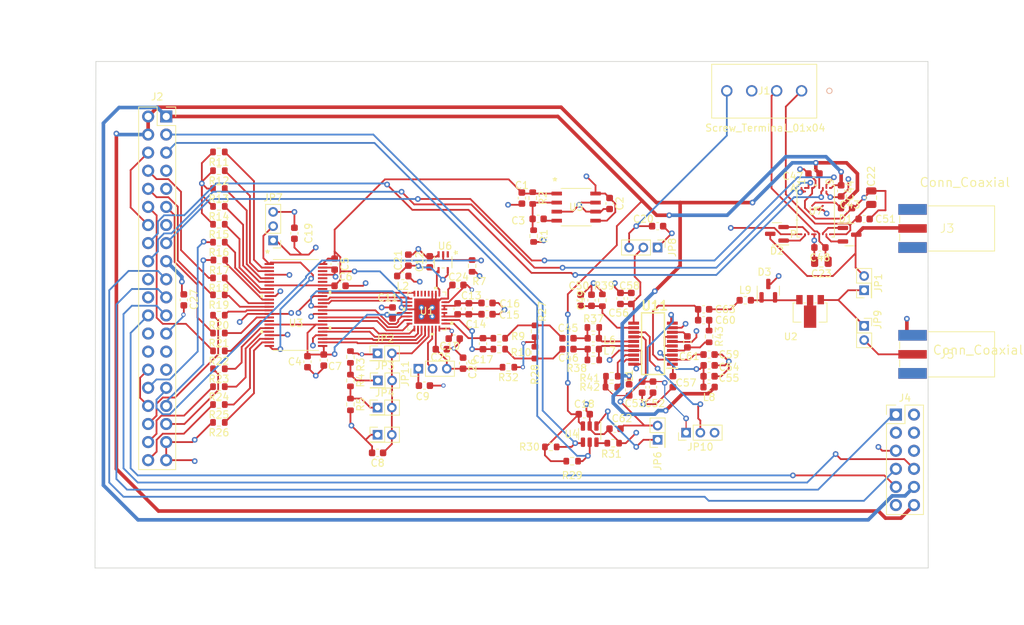
<source format=kicad_pcb>
(kicad_pcb (version 20221018) (generator pcbnew)
  (layers (0 "F.Cu" signal) (1 "In1.Cu" power) (2 "In2.Cu" signal) (31 "B.Cu" signal) (34 "B.Paste" user) (35 "F.Paste" user) (36 "B.SilkS" user "B.Silkscreen") (37 "F.SilkS" user "F.Silkscreen") (38 "B.Mask" user) (39 "F.Mask" user) (44 "Edge.Cuts" user))
  (net 0 "")
  (net 1 "VCC")
  (net 2 "GND")
  (net 3 "VDD")
  (net 4 "Net-(U5-SENSE{slash}ADJ)")
  (net 5 "Net-(U5-BYP)")
  (net 6 "Net-(JP2-B)")
  (net 7 "Net-(C13-Pad1)")
  (net 8 "Net-(C13-Pad2)")
  (net 9 "Net-(U1-AIN+)")
  (net 10 "Net-(U1-AIN-)")
  (net 11 "+3.3V")
  (net 12 "+5V")
  (net 13 "/TO_ADC_H")
  (net 14 "Net-(C45-Pad2)")
  (net 15 "/TO_ADC_L")
  (net 16 "Net-(C46-Pad2)")
  (net 17 "/HV_P")
  (net 18 "/HV_N")
  (net 19 "Net-(C60-Pad2)")
  (net 20 "/TO_LON")
  (net 21 "Net-(C63-Pad1)")
  (net 22 "Net-(D1-A)")
  (net 23 "Net-(D2-A)")
  (net 24 "Net-(D3-A)")
  (net 25 "/TO_VIP")
  (net 26 "/VCM")
  (net 27 "/SDA")
  (net 28 "/SCL")
  (net 29 "/D2")
  (net 30 "/D3")
  (net 31 "/D5")
  (net 32 "/D6")
  (net 33 "/PULSE_A")
  (net 34 "/PULSE_B")
  (net 35 "/PULSE_C")
  (net 36 "/CLK")
  (net 37 "/D0")
  (net 38 "/D1")
  (net 39 "/D7")
  (net 40 "/D4")
  (net 41 "/D8")
  (net 42 "/D9")
  (net 43 "Net-(JP3-A)")
  (net 44 "Net-(JP4-A)")
  (net 45 "/V_GAIN")
  (net 46 "Net-(JP7-C)")
  (net 47 "Net-(U3-O0)")
  (net 48 "Net-(U3-O1)")
  (net 49 "Net-(U3-O2)")
  (net 50 "Net-(U3-O3)")
  (net 51 "Net-(U3-O4)")
  (net 52 "Net-(U3-O5)")
  (net 53 "Net-(U3-O6)")
  (net 54 "Net-(U3-O7)")
  (net 55 "Net-(U3-O8)")
  (net 56 "Net-(U3-O9)")
  (net 57 "Net-(U3-O10)")
  (net 58 "Net-(U3-O11)")
  (net 59 "Net-(U3-O12)")
  (net 60 "Net-(U3-O13)")
  (net 61 "Net-(U3-O14)")
  (net 62 "Net-(U3-O15)")
  (net 63 "Net-(U4-A0)")
  (net 68 "Net-(U1-D0)")
  (net 69 "Net-(U1-D1)")
  (net 70 "Net-(U1-D2)")
  (net 71 "Net-(U1-D3)")
  (net 72 "Net-(U1-D4)")
  (net 73 "Net-(U1-D5)")
  (net 74 "Net-(U1-D6)")
  (net 75 "Net-(U1-D7)")
  (net 76 "Net-(U1-D8)")
  (net 77 "Net-(U1-D9)")
  (net 78 "Net-(U1-OF)")
  (net 85 "Net-(JP10-C)")
  (net 86 "Net-(U11-RCLMP)")
  (net 87 "Net-(U11-VPSL)")
  (net 88 "Net-(JP8-C)")
  (net 89 "Net-(U11-LMD)")
  (net 90 "Net-(U11-INH)")
  (net 91 "Net-(U11-VIN)")
  (net 92 "Net-(JP6-B)")
  (net 93 "Net-(U7-DP1)")
  (net 94 "Net-(U7-DP2)")
  (net 95 "Net-(U11-VOH)")
  (net 96 "Net-(U11-VOL)")
  (net 97 "Net-(U11-ENBV)")
  (net 98 "Net-(U11-ENBL)")
  (net 99 "/din")
  (net 100 "/dout")
  (net 101 "/clkSPI")
  (net 102 "/le")
  (net 107 "Net-(JP1-A)")
  (net 108 "Net-(JP10-A)")
  (net 109 "/VCM_ADC")
  (net 110 "Net-(J3-Ext)")
  (net 111 "Net-(J5-Ext)")
  (net 112 "Net-(JP11-C)")
  (net 113 "Net-(R27-Pad1)")
  (net 114 "Net-(U6-VCC)")
  (net 115 "Net-(U1-CLK)")
  (footprint "Capacitor_SMD:C_0603_1608Metric" (layer "F.Cu") (at 139.192 89.408 90)
    (fp_text reference "C50")
    (fp_text value "1nF")
  )
  (footprint "Resistor_SMD:R_0603_1608Metric" (layer "F.Cu") (at 88.395 68.58 180)
    (fp_text reference "R11")
    (fp_text value "33" hide)
  )
  (footprint "LTC2236:LTC2236IUH-PBF" (layer "F.Cu") (at 117.602 90.932 180)
    (fp_text reference "U1")
    (fp_text value "LTC2236IUH-PBF" hide)
  )
  (footprint "Capacitor_SMD:C_0603_1608Metric" (layer "F.Cu") (at 130.937 75.057 -90)
    (fp_text reference "C1")
    (fp_text value "10uF")
  )
  (footprint "Connector_PinHeader_2.00mm:PinHeader_2x01_P2.00mm_Vertical" (layer "F.Cu") (at 110.7138 100.6716)
    (fp_text reference "JP3")
    (fp_text value "Jumper_2_Open")
  )
  (footprint "Capacitor_SMD:C_0603_1608Metric" (layer "F.Cu") (at 115 83.775 90)
    (fp_text reference "C21")
    (fp_text value "0.1uF")
  )
  (footprint "Inductor_SMD:L_0603_1608Metric" (layer "F.Cu") (at 140.97 96.266)
    (fp_text reference "L7")
    (fp_text value "100nH" hide)
  )
  (footprint "Resistor_SMD:R_0603_1608Metric" (layer "F.Cu") (at 88.395 94.01 180)
    (fp_text reference "R21")
    (fp_text value "33" hide)
  )
  (footprint "Capacitor_SMD:C_0603_1608Metric" (layer "F.Cu") (at 121.96 87.26)
    (fp_text reference "C24")
    (fp_text value "0.1u" hide)
  )
  (footprint "Capacitor_SMD:C_0603_1608Metric" (layer "F.Cu") (at 110.678 110.8316 180)
    (fp_text reference "C8")
    (fp_text value "0.1u")
  )
  (footprint "INVERTER:NC7SVU04P5X" (layer "F.Cu") (at 119.888 84.074 -90)
    (fp_text reference "U6")
    (fp_text value "NC7SVU04P5X" hide)
  )
  (footprint "screwConn3:1751264" (layer "F.Cu") (at 170.216499 60 180)
    (fp_text reference "J1")
    (fp_text value "Screw_Terminal_01x04")
  )
  (footprint "Capacitor_SMD:C_0603_1608Metric" (layer "F.Cu") (at 83.47 89.35 90)
    (fp_text reference "C27")
    (fp_text value "10u")
  )
  (footprint "Capacitor_SMD:C_0603_1608Metric" (layer "F.Cu") (at 172.7875 82 180)
    (fp_text reference "C48")
    (fp_text value "100nF")
  )
  (footprint "SMA:RS_526-5785" (layer "F.Cu") (at 190.655 79.325)
    (fp_text reference "J3")
    (fp_text value "Conn_Coaxial")
  )
  (footprint "Resistor_SMD:R_0603_1608Metric" (layer "F.Cu") (at 88.395 104.05 180)
    (fp_text reference "R25")
    (fp_text value "33" hide)
  )
  (footprint "Capacitor_SMD:C_0603_1608Metric" (layer "F.Cu") (at 118 84 90)
    (fp_text reference "C12")
    (fp_text value "4.7u" hide)
  )
  (footprint "Resistor_SMD:R_0603_1608Metric" (layer "F.Cu") (at 140.97 93.218)
    (fp_text reference "R37")
    (fp_text value "100" hide)
  )
  (footprint "Resistor_SMD:R_0603_1608Metric" (layer "F.Cu") (at 88.395 81.25 180)
    (fp_text reference "R16")
    (fp_text value "33" hide)
  )
  (footprint "Capacitor_SMD:C_0603_1608Metric" (layer "F.Cu") (at 100.838 98.031 -90)
    (fp_text reference "C4")
    (fp_text value "0.1u")
  )
  (footprint "Resistor_SMD:R_0603_1608Metric" (layer "F.Cu") (at 143.764 109.474)
    (fp_text reference "R31")
    (fp_text value "10K" hide)
  )
  (footprint "Capacitor_SMD:C_0603_1608Metric" (layer "F.Cu") (at 104.648 84.328 -90)
    (fp_text reference "C5")
    (fp_text value "0.1u")
  )
  (footprint "Resistor_SMD:R_0603_1608Metric" (layer "F.Cu") (at 132.79 93.76 90)
    (fp_text reference "R27")
    (fp_text value "18")
  )
  (footprint "Connector_PinHeader_2.00mm:PinHeader_2x01_P2.00mm_Vertical" (layer "F.Cu") (at 179 88 90)
    (fp_text reference "JP1")
    (fp_text value "Jumper_2_Open")
  )
  (footprint "Capacitor_SMD:C_0603_1608Metric" (layer "F.Cu") (at 139.7 105.41)
    (fp_text reference "C18")
    (fp_text value "0.1uF" hide)
  )
  (footprint "Resistor_SMD:R_0603_1608Metric" (layer "F.Cu") (at 88.395 91.5 180)
    (fp_text reference "R20")
    (fp_text value "33" hide)
  )
  (footprint "Connector_PinHeader_2.54mm:PinHeader_2x06_P2.54mm_Vertical" (layer "F.Cu") (at 183.46 105.46)
    (fp_text reference "J4")
    (fp_text value "Conn_01x12_Pin")
  )
  (footprint "Connector_PinHeader_2.00mm:PinHeader_1x03_P2.00mm_Vertical" (layer "F.Cu") (at 154 108 90)
    (fp_text reference "JP10")
    (fp_text value "Jumper_3_Bridged12")
  )
  (footprint "Capacitor_SMD:C_0603_1608Metric" (layer "F.Cu") (at 121.44 94.79 180)
    (fp_text reference "C10")
    (fp_text value "0.1u" hide)
  )
  (footprint "Capacitor_SMD:C_0805_2012Metric" (layer "F.Cu") (at 173 84 180)
    (fp_text reference "C23")
    (fp_text value "1uF")
  )
  (footprint "Capacitor_SMD:C_0603_1608Metric" (layer "F.Cu") (at 152.146 100.838 -90)
    (fp_text reference "C57")
    (fp_text value "100nF" hide)
  )
  (footprint "Capacitor_SMD:C_0603_1608Metric" (layer "F.Cu") (at 146.304 89.154 90)
    (fp_text reference "C58")
    (fp_text value "100nF" hide)
  )
  (footprint "Capacitor_SMD:C_0603_1608Metric" (layer "F.Cu") (at 154.178 95.25 90)
    (fp_text reference "C61")
    (fp_text value "100nF" hide)
  )
  (footprint "Inductor_SMD:L_0603_1608Metric" (layer "F.Cu") (at 146 102 -90)
    (fp_text reference "L1")
    (fp_text value "100nH")
  )
  (footprint "MountingHole:MountingHole_3.5mm" (layer "F.Cu") (at 184 124)
    (fp_text reference "H4" hide)
    (fp_text value "MountingHole")
  )
  (footprint "Resistor_SMD:R_0603_1608Metric" (layer "F.Cu") (at 129.05 98.81 180)
    (fp_text reference "R32")
    (fp_text value "50")
  )
  (footprint "Capacitor_SMD:C_0603_1608Metric" (layer "F.Cu") (at 133.223 77.978)
    (fp_text reference "C3")
    (fp_text value "0.01u")
  )
  (footprint "Connector_PinHeader_2.00mm:PinHeader_1x03_P2.00mm_Vertical" (layer "F.Cu") (at 150 82 -90)
    (fp_text reference "JP8")
    (fp_text value "Jumper_3_Bridged12")
  )
  (footprint "Resistor_SMD:R_0603_1608Metric" (layer "F.Cu") (at 88.395 76.23 180)
    (fp_text reference "R14")
    (fp_text value "33" hide)
  )
  (footprint "Connector_PinSocket_2.54mm:PinSocket_2x20_P2.54mm_Vertical" (layer "F.Cu") (at 81 63.6)
    (fp_text reference "J2")
    (fp_text value "Raspberry_Pi_2_3")
  )
  (footprint "Connector_PinHeader_2.00mm:PinHeader_2x01_P2.00mm_Vertical" (layer "F.Cu") (at 179 93 -90)
    (fp_text reference "JP9")
    (fp_text value "Jumper_2_Open")
  )
  (footprint "Resistor_SMD:R_0603_1608Metric" (layer "F.Cu") (at 143.51 101.6 180)
    (fp_text reference "R42")
    (fp_text value "10K" hide)
  )
  (footprint "Resistor_SMD:R_0603_1608Metric" (layer "F.Cu") (at 88.395 106.56 180)
    (fp_text reference "R26")
    (fp_text value "33" hide)
  )
  (footprint "Inductor_SMD:L_0603_1608Metric" (layer "F.Cu") (at 114.2125 86 180)
    (fp_text reference "L2")
    (fp_text value "L_Ferrite")
  )
  (footprint "Capacitor_SMD:C_0603_1608Metric" (layer "F.Cu") (at 105.41 87.376)
    (fp_text reference "C6")
    (fp_text value "0.1u")
  )
  (footprint "Resistor_SMD:R_0603_1608Metric" (layer "F.Cu") (at 138 112)
    (fp_text reference "R29")
    (fp_text value "4.7K")
  )
  (footprint "Resistor_SMD:R_0603_1608Metric" (layer "F.Cu") (at 123.952 84.582 -90)
    (fp_text reference "R7")
    (fp_text value "1k" hide)
  )
  (footprint "Resistor_SMD:R_0603_1608Metric" (layer "F.Cu") (at 157.226 94.488 -90)
    (fp_text reference "R43")
    (fp_text value "280" hide)
  )
  (footprint "Capacitor_SMD:C_0603_1608Metric" (layer "F.Cu") (at 119.62 96.28 180)
    (fp_text reference "C25")
    (fp_text value "2.2u")
  )
  (footprint "Capacitor_SMD:C_0603_1608Metric" (layer "F.Cu") (at 126.0451 89.79)
    (fp_text reference "C16")
    (fp_text value "1uF" hide)
  )
  (footprint "Capacitor_SMD:C_0603_1608Metric" (layer "F.Cu") (at 99 80 -90)
    (fp_text reference "C19")
    (fp_text value "0.1u" hide)
  )
  (footprint "SMA:RS_526-5785" (layer "F.Cu") (at 190.655 97)
    (fp_text reference "J5")
    (fp_text value "Conn_Coaxial")
  )
  (footprint "Resistor_SMD:R_0603_1608Metric" (layer "F.Cu") (at 88.395 71.21 180)
    (fp_text reference "R12")
    (fp_text value "33" hide)
  )
  (footprint "Capacitor_SMD:C_0603_1608Metric" (layer "F.Cu") (at 126.0451 91.3648)
    (fp_text reference "C15")
    (fp_text value "1uF" hide)
  )
  (footprint "MountingHole:MountingHole_3.5mm" (layer "F.Cu") (at 74 59)
    (fp_text reference "H2" hide)
    (fp_text value "MountingHole")
  )
  (footprint "CAD:MICROCHIP_MD0100N8-G" (layer "F.Cu") (at 171.411 91.1238 180)
    (fp_text reference "U2")
    (fp_text value "MD0100N8-G" hide)
  )
  (footprint "Resistor_SMD:R_0603_1608Metric" (layer "F.Cu") (at 140.97 97.79)
    (fp_text reference "R38")
    (fp_text value "100" hide)
  )
  (footprint "Capacitor_SMD:C_0603_1608Metric" (layer "F.Cu") (at 179 78)
    (fp_text reference "C51")
    (fp_text value "100nF")
  )
  (footprint "Resistor_SMD:R_0603_1608Metric" (layer "F.Cu") (at 143.573 100.076 180)
    (fp_text reference "R41")
    (fp_text value "10K" hide)
  )
  (footprint "Capacitor_SMD:C_0603_1608Metric" (layer "F.Cu") (at 143.256 75.819 -90)
    (fp_text reference "C2")
    (fp_text value "1u")
  )
  (footprint "Capacitor_SMD:C_0603_1608Metric" (layer "F.Cu") (at 144.78 89.154 90)
    (fp_text reference "C56")
    (fp_text value "1nF" hide)
  )
  (footprint "Resistor_SMD:R_0603_1608Metric" (layer "F.Cu") (at 88.395 96.52 180)
    (fp_text reference "R22")
    (fp_text value "33" hide)
  )
  (footprint "Package_TO_SOT_SMD:SOT-23" (layer "F.Cu") (at 166.751 80.076 180)
    (fp_text reference "D2")
    (fp_text value "BAV99")
  )
  (footprint "Resistor_SMD:R_0603_1608Metric" (layer "F.Cu") (at 88.395 99.03 180)
    (fp_text reference "R23")
    (fp_text value "33" hide)
  )
  (footprint "Capacitor_SMD:C_0603_1608Metric" (layer "F.Cu") (at 157.226 100.076)
    (fp_text reference "C55")
    (fp_text value "100nF" hide)
  )
  (footprint "Capacitor_SMD:C_0603_1608Metric" (layer "F.Cu") (at 117.255 101.39)
    (fp_text reference "C9")
    (fp_text value "0.1u" hide)
  )
  (footprint "Inductor_SMD:L_0603_1608Metric" (layer "F.Cu") (at 140.97 94.742)
    (fp_text reference "L6")
    (fp_text value "100nH" hide)
  )
  (footprint "Resistor_SMD:R_0603_1608Metric" (layer "F.Cu") (at 132.77 96.76 90)
    (fp_text reference "R28")
    (fp_text value "18")
  )
  (footprint "Capacitor_SMD:C_0603_1608Metric" (layer "F.Cu") (at 144.018 107.442 180)
    (fp_text reference "C62")
    (fp_text value "1nF" hide)
  )
  (footprint "Package_TO_SOT_SMD:SOT-23" (layer "F.Cu") (at 165.542 88.0625 90)
    (fp_text reference "D3")
    (fp_text value "BAV99")
  )
  (footprint "Capacitor_SMD:C_0603_1608Metric" (layer "F.Cu") (at 123.4921 90.6028 90)
    (fp_text reference "C14")
    (fp_text value "2.2u" hide)
  )
  (footprint "Connector_PinHeader_2.00mm:PinHeader_2x01_P2.00mm_Vertical" (layer "F.Cu") (at 110.678 96.8616)
    (fp_text reference "JP2")
    (fp_text value "Jumper_2_Bridged")
  )
  (footprint "Latch:74VCX16373MTD" (layer "F.Cu") (at 99.2124 90.0684)
    (fp_text reference "U3")
    (fp_text value "74VCX16373MTD" hide)
  )
  (footprint "Capacitor_SMD:C_0805_2012Metric" (layer "F.Cu") (at 180 75 90)
    (fp_text reference "C22")
    (fp_text value "1uF")
  )
  (footprint "Resistor_SMD:R_0603_1608Metric" (layer "F.Cu") (at 88.395 86.27 180)
    (fp_text reference "R18")
    (fp_text value "33" hide)
  )
  (footprint "Connector_PinHeader_2.00mm:PinHeader_2x01_P2.00mm_Vertical" (layer "F.Cu") (at 150 109 90)
    (fp_text reference "JP6")
    (fp_text value "Jumper_2_Bridged")
  )
  (footprint "MountingHole:MountingHole_3.5mm" (layer "F.Cu") (at 185 59)
    (fp_text reference "H1" hide)
    (fp_text value "MountingHole")
  )
  (footprint "Capacitor_SMD:C_0603_1608Metric" (layer "F.Cu") (at 176.53 76.454)
    (fp_text reference "C43")
    (fp_text value "100nF")
  )
  (footprint "VCCsup:LT1763IS8-3.3-PBF" (layer "F.Cu") (at 138.557 76.327)
    (fp_text reference "U5")
    (fp_text value "LT1763IS8-3.3-PBF" hide)
  )
  (footprint "Capacitor_SMD:C_0603_1608Metric" (layer "F.Cu") (at 147.828 101.613 -90)
    (fp_text reference "C53")
    (fp_text value "100nF" hide)
  )
  (footprint "Capacitor_SMD:C_0603_1608Metric" (layer "F.Cu") (at 149.352 101.6 -90)
    (fp_text reference "C52")
    (fp_text value "1nF" hide)
  )
  (footprint "Resistor_SMD:R_0603_1608Metric" (layer "F.Cu") (at 88.455 83.76 180)
    (fp_text reference "R17")
    (fp_text value "33" hide)
  )
  (footprint "Package_TO_SOT_SMD:SOT-23-6" (layer "F.Cu") (at 140.462 108.204 -90)
    (fp_text reference "U4")
    (fp_text value "MCP4725xxx-xCH" hide)
  )
  (footprint "Inductor_SMD:L_0603_1608Metric" (layer "F.Cu") (at 162.306 89.408)
    (fp_text reference "L9")
    (fp_text value "100nH" hide)
  )
  (footprint "Resistor_SMD:R_0603_1608Metric" (layer "F.Cu") (at 88.395 73.72 180)
    (fp_text reference "R13")
    (fp_text value "33" hide)
  )
  (footprint "Capacitor_SMD:C_0603_1608Metric" (layer "F.Cu") (at 137.414 96.266)
    (fp_text reference "C46")
    (fp_text value "100nF")
  )
  (footprint "Capacitor_SMD:C_0603_1608Metric" (layer "F.Cu") (at 137.414 94.742)
    (fp_text reference "C45")
    (fp_text value "100nF")
  )
  (footprint "Capacitor_SMD:C_0603_1608Metric" (layer "F.Cu") (at 157.239 98.552)
    (fp_text reference "C54")
    (fp_text value "1nF" hide)
  )
  (footprint "HV7361:HV7361GA-G" (layer "F.Cu") (at 172.196 76.887)
    (fp_text reference "U7")
    (fp_text value "HV7361GA-G" hide)
  )
  (footprint "Resistor_SMD:R_0603_1608Metric" (layer "F.Cu") (at 88.392 88.646 180)
    (fp_text reference "R19")
    (fp_text value "33" hide)
  )
  (footprint "Capacitor_SMD:C_0603_1608Metric" (layer "F.Cu") (at 150 79)
    (fp_text reference "C20")
    (fp_text value "0.1u" hide)
  )
  (footprint "Resistor_SMD:R_0603_1608Metric" (layer "F.Cu") (at 88.395 101.54 180)
    (fp_text reference "R24")
    (fp_text value "33" hide)
  )
  (footprint "Capacitor_SMD:C_0603_1608Metric" (layer "F.Cu") (at 103.124 97.803 -90)
    (fp_text reference "C7")
    (fp_text value "0.1u")
  )
  (footprint "Resistor_SMD:R_0603_1608Metric" (layer "F.Cu") (at 142.24 89.408 90)
    (fp_text reference "R39")
    (fp_text value "11k")
  )
  (footprint "Inductor_SMD:L_0603_1608Metric" (layer "F.Cu") (at 157.226 101.6 180)
    (fp_text reference "L8")
    (fp_text value "100nH" hide)
  )
  (footprint "Capacitor_SMD:C_0603_1608Metric" (layer "F.Cu") (at 156.464 90.678 180)
    (fp_text reference "C63")
    (fp_text value "100nF" hide)
  )
  (footprint "Capacitor_SMD:C_0603_1608Metric" (layer "F.Cu") (at 125.476 95.504 -90)
    (fp_text reference "C17")
    (fp_text value "55pF" hide)
  )
  (footprint "Resistor_SMD:R_0603_1608Metric" (layer "F.Cu") (at 127.762 94.742 180)
    (fp_text reference "R9")
    (fp_text value "18" hide)
  )
  (footprint "Connector_PinHeader_2.00mm:PinHeader_1x03_P2.00mm_Vertical" (layer "F.Cu") (at 96.012 81 180)
    (fp_text reference "JP7")
    (fp_text value "Jumper_3_Bridged12")
  )
  (footprint "Capacitor_SMD:C_0603_1608Metric" (layer "F.Cu") (at 171.958 71.628 180)
    (fp_text reference "C47")
    (fp_text value "100nF")
  )
  (footprint "Resistor_SMD:R_0603_1608Metric" (layer "F.Cu") (at 132.461 75.057 -90)
    (fp_text reference "R2")
    (fp_text value "105K")
  )
  (footprint "Capacitor_SMD:C_0603_1608Metric" (layer "F.Cu") (at 122.68 98.24 -90)
    (fp_text reference "C26")
    (fp_text value "0.1u")
  )
  (footprint "Resistor_SMD:R_0603_1608Metric" (layer "F.Cu") (at 135 110)
    (fp_text reference "R30")
    (fp_text value "4.7k")
  )
  (footprint "Resistor_SMD:R_0603_1608Metric" (layer "F.Cu") (at 106.868 100.6716 -90)
    (fp_text reference "R4")
    (fp_text value "1K" hide)
  )
  (footprint "Resistor_SMD:R_0603_1608Metric" (layer "F.Cu") (at 106.868 104.0366 -90)
    (fp_text reference "R5")
    (fp_text value "1K" hide)
  )
  (footprint "Resistor_SMD:R_0603_1608Metric" (layer "F.Cu") (at 88.395 78.74 180)
    (fp_text reference "R15")
    (fp_text value "33" hide)
  )
  (footprint "Capacitor_SMD:C_0603_1608Metric" (layer "F.Cu") (at 157.226 97.028)
    (fp_text reference "C59")
    (fp_text value "22pF" hide)
  )
  (footprint "AD8331:SOP64P600X175-20N" (layer "F.Cu") (at 149.352 95.504 180)
    (fp_text reference "U11")
    (fp_text value "AD8331ARQZ" hide)
  )
  (footprint "MountingHole:MountingHole_3.5mm" (layer "F.Cu") (at 74 124)
    (fp_text reference "H3" hide)
    (fp_text value "MountingHole")
  )
  (footprint "Capacitor_SMD:C_0603_1608Metric" (layer "F.Cu") (at 121.9173 90.6028 90)
    (fp_text reference "C13")
    (fp_text value "0.1u" hide)
  )
  (footprint "Capacitor_SMD:C_0603_1608Metric" (layer "F.Cu") (at 112.776 91.186 90)
    (fp_text reference "C11")
    (fp_text value "0.1u" hide)
  )
  (footprint "Capacitor_SMD:C_0603_1608Metric" (layer "F.Cu") (at 175.768 74.041 90)
    (fp_text reference "C44")
    (fp_text value "100nF")
  )
  (footprint "Capacitor_SMD:C_0603_1608Metric" (layer "F.Cu") (at 156.464 92.202)
    (fp_text reference "C60")
    (fp_text value "18nF" hide)
  )
  (footprint "Connector_PinHeader_2.00mm:PinHeader_1x03_P2.00mm_Vertical" (layer "F.Cu") (at 116.4 99.02 90)
    (fp_text reference "JP11")
    (fp_text value "Jumper_3_Bridged12")
  )
  (footprint "Package_TO_SOT_SMD:SOT-23" (layer "F.Cu") (at 176.9595 80.198)
    (fp_text reference "D1")
    (fp_text value "BAV99")
  )
  (footprint "Connector_PinHeader_2.00mm:PinHeader_2x01_P2.00mm_Vertical" (layer "F.Cu") (at 110.678 104.4816)
    (fp_text reference "JP4")
    (fp_text value "Jumper_2_Open")
  )
  (footprint "Resistor_SMD:R_0603_1608Metric" (layer "F.Cu") (at 106.868 97.3696 -90)
    (fp_text reference "R3")
    (fp_text value "1K" hide)
  )
  (footprint "Connector_PinHeader_2.00mm:PinHeader_2x01_P2.00mm_Vertical" (layer "F.Cu") (at 110.678 108.2916)
    (fp_text reference "JP5" hide)
    (fp_text value "Jumper_2_Open")
  )
  (footprint "Resistor_SMD:R_0603_1608Metric" (layer "F.Cu") (at 127.762 96.266 180)
    (fp_text reference "R10")
    (fp_text value "18" hide)
  )
  (footprint "Resistor_SMD:R_0603_1608Metric" (layer "F.Cu") (at 132.588 80.391 -90)
    (fp_text reference "R1")
    (fp_text value "100K")
  )
  (footprint "Capacitor_SMD:C_0603_1608Metric" (layer "F.Cu") (at 140.716 89.408 90)
    (fp_text reference "C49")
    (fp_text value "100nF")
  )
  (gr_line (start 71.12 55.88) (end 187.96 55.88) (stroke (width 0.1)) (layer "Edge.Cuts"))
  (gr_line (start 71.12 55.88) (end 71 127) (stroke (width 0.1)) (layer "Edge.Cuts"))
  (gr_line (start 71 127) (end 188 127) (stroke (width 0.1)) (layer "Edge.Cuts"))
  (gr_line (start 188 127) (end 187.96 55.88) (stroke (width 0.1)) (layer "Edge.Cuts"))
  (segment (start 105.448 85.344) (end 105.448 86.563) (width 0.25) (layer "F.Cu") (net 1))
  (segment (start 102.9589 87.3184) (end 95.4659 87.3184) (width 0.25) (layer "F.Cu") (net 1))
  (segment (start 104.648 82.55) (end 105.448 83.35) (width 0.25) (layer "F.Cu") (net 1))
  (segment (start 112.543598 91.961) (end 112.018299 91.435701) (width 0.25) (layer "F.Cu") (net 1))
  (segment (start 104.648 79.492695) (end 104.648 82.55) (width 0.25) (layer "F.Cu") (net 1))
  (segment (start 104.648 96.96) (end 104.58 97.028) (width 0.25) (layer "F.Cu") (net 1))
  (segment (start 104.5774 87.3184) (end 102.9589 87.3184) (width 0.25) (layer "F.Cu") (net 1))
  (segment (start 103.124 97.028) (end 101.066 97.028) (width 0.25) (layer "F.Cu") (net 1))
  (segment (start 104.58 97.028) (end 103.124 97.028) (width 0.25) (layer "F.Cu") (net 1))
  (segment (start 100.838 97.256) (end 100.838 93.989199) (width 0.25) (layer "F.Cu") (net 1))
  (segment (start 112.776 91.961) (end 112.543598 91.961) (width 0.25) (layer "F.Cu") (net 1))
  (segment (start 104.648 82.55) (end 104.648 83.553) (width 0.25) (layer "F.Cu") (net 1))
  (segment (start 104.648 83.553) (end 103.724299 83.553) (width 0.25) (layer "F.Cu") (net 1))
  (segment (start 100.838 93.989199) (end 102.008799 92.8184) (width 0.25) (layer "F.Cu") (net 1))
  (segment (start 104.635 87.376) (end 104.5774 87.3184) (width 0.25) (layer "F.Cu") (net 1))
  (segment (start 101.066 97.028) (end 100.838 97.256) (width 0.25) (layer "F.Cu") (net 1))
  (segment (start 103.124 97.028) (end 103.124 95.983499) (width 0.25) (layer "F.Cu") (net 1))
  (segment (start 113.555 91.182) (end 115.1496 91.182) (width 0.25) (layer "F.Cu") (net 1))
  (segment (start 103.124 95.983499) (end 102.9589 95.818399) (width 0.25) (layer "F.Cu") (net 1))
  (segment (start 105.448 83.35) (end 105.448 85.344) (width 0.25) (layer "F.Cu") (net 1))
  (segment (start 131.077 74.422) (end 135.83285 74.422) (width 0.25) (layer "F.Cu") (net 1))
  (segment (start 112.776 91.961) (end 113.555 91.182) (width 0.25) (layer "F.Cu") (net 1))
  (segment (start 105.448 86.563) (end 104.635 87.376) (width 0.25) (layer "F.Cu") (net 1))
  (segment (start 102.9589 92.8184) (end 95.4659 92.8184) (width 0.25) (layer "F.Cu") (net 1))
  (segment (start 102.008799 92.8184) (end 102.9589 92.8184) (width 0.25) (layer "F.Cu") (net 1))
  (segment (start 103.724299 83.553) (end 102.9589 84.318399) (width 0.25) (layer "F.Cu") (net 1))
  (segment (start 130.937 74.282) (end 129.082 72.427) (width 0.25) (layer "F.Cu") (net 1))
  (segment (start 107.442 85.344) (end 105.448 85.344) (width 0.25) (layer "F.Cu") (net 1))
  (segment (start 111.713695 72.427) (end 104.648 79.492695) (width 0.25) (layer "F.Cu") (net 1))
  (segment (start 130.937 74.282) (end 131.077 74.422) (width 0.25) (layer "F.Cu") (net 1))
  (segment (start 129.082 72.427) (end 111.713695 72.427) (width 0.25) (layer "F.Cu") (net 1))
  (via (at 112.018299 91.435701) (size 0.8) (drill 0.4) (layers "F.Cu" "B.Cu") (net 1))
  (via (at 107.442 85.344) (size 0.8) (drill 0.4) (layers "F.Cu" "B.Cu") (net 1))
  (via (at 104.648 96.96) (size 0.8) (drill 0.4) (layers "F.Cu" "B.Cu") (net 1))
  (segment (start 110.998 85.344) (end 107.442 85.344) (width 0.25) (layer "B.Cu") (net 1))
  (segment (start 113.992288 91.435701) (end 114.7234 90.704589) (width 0.25) (layer "B.Cu") (net 1))
  (segment (start 114.7234 90.704589) (end 114.7234 89.0694) (width 0.25) (layer "B.Cu") (net 1))
  (segment (start 112.018299 91.435701) (end 113.992288 91.435701) (width 0.25) (layer "B.Cu") (net 1))
  (segment (start 104.648 96.002695) (end 109.214994 91.435701) (width 0.25) (layer "B.Cu") (net 1))
  (segment (start 109.214994 91.435701) (end 112.018299 91.435701) (width 0.25) (layer "B.Cu") (net 1))
  (segment (start 104.648 96.96) (end 104.648 96.002695) (width 0.25) (layer "B.Cu") (net 1))
  (segment (start 114.7234 89.0694) (end 110.998 85.344) (width 0.25) (layer "B.Cu") (net 1))
  (segment (start 172 82) (end 172 83.7875) (width 0.25) (layer "F.Cu") (net 2))
  (segment (start 139.308 75.692) (end 139 76) (width 0.25) (layer "F.Cu") (net 2))
  (segment (start 118.364 90.424) (end 118.11 90.424) (width 0.25) (layer "F.Cu") (net 2))
  (segment (start 165.875 87.125) (end 165.9375 87.0625) (width 0.25) (layer "F.Cu") (net 2))
  (segment (start 127.7577 91.3648) (end 128.4885 90.634) (width 0.25) (layer "F.Cu") (net 2))
  (segment (start 84.86 111.86) (end 85 112) (width 0.25) (layer "F.Cu") (net 2))
  (segment (start 120.592799 87.882201) (end 121.195 87.28) (width 0.25) (layer "F.Cu") (net 2))
  (segment (start 165.542 87.0625) (end 165.9375 87.0625) (width 0.25) (layer "F.Cu") (net 2))
  (segment (start 109 109) (end 109.7084 108.2916) (width 0.25) (layer "F.Cu") (net 2))
  (segment (start 145.526 109.474) (end 147 108) (width 0.25) (layer "F.Cu") (net 2))
  (segment (start 116.4 82.2) (end 115.6 83) (width 0.25) (layer "F.Cu") (net 2))
  (segment (start 77.3326 100.2874) (end 77.3326 103.1126) (width 0.25) (layer "F.Cu") (net 2))
  (segment (start 181.54 110.54) (end 183.46 110.54) (width 0.25) (layer "F.Cu") (net 2))
  (segment (start 177.3175 76.454) (end 175.8305 77.941) (width 0.25) (layer "F.Cu") (net 2))
  (segment (start 81 111.86) (end 81 109.32) (width 0.25) (layer "F.Cu") (net 2))
  (segment (start 117.499 83.299) (end 118.901751 83.299) (width 0.25) (layer "F.Cu") (net 2))
  (segment (start 160 98) (end 159.448 98.552) (width 0.25) (layer "F.Cu") (net 2))
  (segment (start 144 87.599) (end 144.78 88.379) (width 0.25) (layer "F.Cu") (net 2))
  (segment (start 117.098 90.682) (end 117.352 90.682) (width 0.25) (layer "F.Cu") (net 2))
  (segment (start 147.828 103.828) (end 148 104) (width 0.25) (layer "F.Cu") (net 2))
  (segment (start 152 80) (end 150 82) (width 0.25) (layer "F.Cu") (net 2))
  (segment (start 135.83285 76.962) (end 138.038 76.962) (width 0.25) (layer "F.Cu") (net 2))
  (segment (start 81 111.86) (end 84.86 111.86) (width 0.25) (layer "F.Cu") (net 2))
  (segment (start 99 82) (end 99 80.775) (width 0.25) (layer "F.Cu") (net 2))
  (segment (start 123.952 85.407) (end 124.407 85.407) (width 0.25) (layer "F.Cu") (net 2))
  (segment (start 106.185 87.376) (end 108.624 87.376) (width 0.25) (layer "F.Cu") (net 2))
  (segment (start 175.8305 77.941) (end 172.175 77.941) (width 0.25) (layer "F.Cu") (net 2))
  (segment (start 133.784 81.216) (end 134 81) (width 0.25) (layer "F.Cu") (net 2))
  (segment (start 139.367 88.633) (end 141 87) (width 0.25) (layer "F.Cu") (net 2))
  (segment (start 121.38 96.17) (end 122.215 95.335) (width 0.25) (layer "F.Cu") (net 2))
  (segment (start 109.903 109.903) (end 109 109) (width 0.25) (layer "F.Cu") (net 2))
  (segment (start 172.175 73.337605) (end 171.875605 73.637) (width 0.25) (layer "F.Cu") (net 2))
  (segment (start 141.31915 77) (end 141.28115 76.962) (width 0.25) (layer "F.Cu") (net 2))
  (segment (start 177.3175 76.454) (end 177.546 76.454) (width 0.25) (layer "F.Cu") (net 2))
  (segment (start 87.57 68.58) (end 86 70.15) (width 0.25) (layer "F.Cu") (net 2))
  (segment (start 160 99) (end 158.924 100.076) (width 0.25) (layer "F.Cu") (net 2))
  (segment (start 171.205305 71.628) (end 172.175 72.597695) (width 0.25) (layer "F.Cu") (net 2))
  (segment (start 144.78 88.379) (end 146.304 88.379) (width 0.25) (layer "F.Cu") (net 2))
  (segment (start 160 98) (end 159.028 97.028) (width 0.25) (layer "F.Cu") (net 2))
  (segment (start 98.4244 83) (end 100 83) (width 0.25) (layer "F.Cu") (net 2))
  (segment (start 87.57 78.74) (end 86 77.17) (width 0.25) (layer "F.Cu") (net 2))
  (segment (start 101.6 94.727201) (end 101.6 95.758) (width 0.25) (layer "F.Cu") (net 2))
  (segment (start 95.4659 85.818401) (end 98.264401 85.818401) (width 0.25) (layer "F.Cu") (net 2))
  (segment (start 181 110) (end 181.54 110.54) (width 0.25) (layer "F.Cu") (net 2))
  (segment (start 182 74.05) (end 182 76.775) (width 0.25) (layer "F.Cu") (net 2))
  (segment (start 86.72 73.72) (end 86 73) (width 0.25) (layer "F.Cu") (net 2))
  (segment (start 86 72.78) (end 87.57 71.21) (width 0.25) (layer "F.Cu") (net 2))
  (segment (start 140.716 88.6205) (end 140.716 87.284) (width 0.25) (layer "F.Cu") (net 2))
  (segment (start 98.552 91.186) (end 98.4196 91.3184) (width 0.25) (layer "F.Cu") (net 2))
  (segment (start 155.448 94.615) (end 155.448 93.726) (width 0.25) (layer "F.Cu") (net 2))
  (segment (start 140 104) (end 140 104.935) (width 0.25) (layer "F.Cu") (net 2))
  (segment (start 118.364 90.424) (end 119.605999 89.182001) (width 0.25) (layer "F.Cu") (net 2))
  (segment (start 98.264401 85.818401) (end 98.298 85.852) (width 0.25) (layer "F.Cu") (net 2))
  (segment (start 120.505 96.17) (end 120.395 96.28) (width 0.25) (layer "F.Cu") (net 2))
  (segment (start 149.759 104) (end 148 104) (width 0.25) (layer "F.Cu") (net 2))
  (segment (start 96.012 81) (end 96.4244 81) (width 0.25) (layer "F.Cu") (net 2))
  (segment (start 172 82) (end 172 81) (width 0.25) (layer "F.Cu") (net 2))
  (segment (start 170.196 80.137) (end 167.283751 80.137) (width 0.25) (layer "F.Cu") (net 2))
  (segment (start 159.448 98.552) (end 158.014 98.552) (width 0.25) (layer "F.Cu") (net 2))
  (segment (start 77.3326 103.1126) (end 78.46 104.24) (width 0.25) (layer "F.Cu") (net 2))
  (segment (start 170.688 75.438) (end 171.696 74.43) (width 0.25) (layer "F.Cu") (net 2))
  (segment (start 179.95 74.05) (end 182 74.05) (width 0.25) (layer "F.Cu") (net 2))
  (segment (start 87.57 73.72) (end 86.72 73.72) (width 0.25) (layer "F.Cu") (net 2))
  (segment (start 172 80.137) (end 172.196 80.137) (width 0.25) (layer "F.Cu") (net 2))
  (segment (start 108.624 87.376) (end 109 87) (width 0.25) (layer "F.Cu") (net 2))
  (segment (start 144.589 109.474) (end 145.526 109.474) (width 0.25) (layer "F.Cu") (net 2))
  (segment (start 172.625 76.708) (end 172.554 76.637) (width 0.25) (layer "F.Cu") (net 2))
  (segment (start 141.28115 76.962) (end 139.962 76.962) (width 0.25) (layer "F.Cu") (net 2))
  (segment (start 109 109) (end 107 107) (width 0.25) (layer "F.Cu") (net 2))
  (segment (start 140 104.935) (end 140.475 105.41) (width 0.25) (layer "F.Cu") (net 2))
  (segment (start 116.84 90.424) (end 117.098 90.682) (width 0.25) (layer "F.Cu") (net 2))
  (segment (start 78.46 68.68) (end 76 71.14) (width 0.25) (layer "F.Cu") (net 2))
  (segment (start 149.352 102.375) (end 149.352 102.648) (width 0.25) (layer "F.Cu") (net 2))
  (segment (start 118.364 88.491599) (end 118.364 90.424) (width 0.25) (layer "F.Cu") (net 2))
  (segment (start 147.722 98.289) (end 147.627 98.384) (width 0.25) (layer "F.Cu") (net 2))
  (segment (start 99.568 90.922695) (end 99.568 91.186) (width 0.25) (layer "F.Cu") (net 2))
  (segment (start 160 98) (end 160 99) (width 0.25) (layer "F.Cu") (net 2))
  (segment (start 142 77) (end 141.31915 77) (width 0.25) (layer "F.Cu") (net 2))
  (segment (start 171.875605 73.637) (end 171.696 73.637) (width 0.25) (layer "F.Cu") (net 2))
  (segment (start 170 71) (end 170.5425 71) (width 0.25) (layer "F.Cu") (net 2))
  (segment (start 120.0544 89.182001) (end 120.592799 89.182001) (width 0.25) (layer "F.Cu") (net 2))
  (segment (start 109.903 110.8316) (end 109.903 109.903) (width 0.25) (layer "F.Cu") (net 2))
  (segment (start 127.6445 89.79) (end 128.4885 90.634) (width 0.25) (layer "F.Cu") (net 2))
  (segment (start 132.588 81.216) (end 133.784 81.216) (width 0.25) (layer "F.Cu") (net 2))
  (segment (start 147.627 96.464) (end 147.722 96.559) (width 0.25) (layer "F.Cu") (net 2))
  (segment (start 95.4659 91.3184) (end 92.451996 91.3184) (width 0.25) (layer "F.Cu") (net 2))
  (segment (start 172.625 76.708) (end 173.228 76.708) (width 0.25) (layer "F.Cu") (net 2))
  (segment (start 140.716 87.284) (end 141 87) (width 0.25) (layer "F.Cu") (net 2))
  (segment (start 87.57 106.56) (end 87.44 106.56) (width 0.25) (layer "F.Cu") (net 2))
  (segment (start 170.688 76.454) (end 170.688 75.438) (width 0.25) (layer "F.Cu") (net 2))
  (segment (start 116.4 82.2) (end 117.499 83.299) (width 0.25) (layer "F.Cu") (net 2))
  (segment (start 142.24 88.583) (end 142.24 88.24) (width 0.25) (layer "F.Cu") (net 2))
  (segment (start 143.243 107.442) (end 143.243 107.937) (width 0.25) (layer "F.Cu") (net 2))
  (segment (start 122.215 95.335) (end 122.215 94.79) (width 0.25) (layer "F.Cu") (net 2))
  (segment (start 78.46 99.16) (end 77.3326 100.2874) (width 0.25) (layer "F.Cu") (net 2))
  (segment (start 118.03 101.39) (end 119.915 101.39) (width 0.25) (layer "F.Cu") (net 2))
  (segment (start 101 83) (end 102 82) (width 0.25) (layer "F.Cu") (net 2))
  (segment (start 173.696 74.382) (end 174.244 74.93) (width 0.25) (layer "F.Cu") (net 2))
  (segment (start 104.7711 86.106) (end 104.648 85.9829) (width 0.25) (layer "F.Cu") (net 2))
  (segment (start 170 74.2531) (end 170.400295 74.2531) (width 0.25) (layer "F.Cu") (net 2))
  (segment (start 76 71.14) (end 76 76.38) (width 0.25) (layer "F.Cu") (net 2))
  (segment (start 173.228 76.708) (end 173.736 77.216) (width 0.25) (layer "F.Cu") (net 2))
  (segment (start 142.481 108.204) (end 141.215249 108.204) (width 0.25) (layer "F.Cu") (net 2))
  (segment (start 103.124 98.876) (end 102 100) (width 0.25) (layer "F.Cu") (net 2))
  (segment (start 154.813 95.25) (end 155.448 94.615) (width 0.25) (layer "F.Cu") (net 2))
  (segment (start 144 87) (end 144 87.599) (width 0.25) (layer "F.Cu") (net 2))
  (segment (start 152.146 101.613) (end 149.759 104) (width 0.25) (layer "F.Cu") (net 2))
  (segment (start 142.24 88.24) (end 141 87) (width 0.25) (layer "F.Cu") (net 2))
  (segment (start 171.1705 71.628) (end 171.205305 71.628) (width 0.25) (layer "F.Cu") (net 2))
  (segment (start 170.516395 74.137) (end 170.196 73.816605) (width 0.25) (layer "F.Cu") (net 2))
  (segment (start 170.5425 71) (end 171.1705 71.628) (width 0.25) (layer "F.Cu") (net 2))
  (segment (start 98.044 94.234) (end 97.959601 94.318399) (width 0.25) (layer "F.Cu") (net 2))
  (segment (start 172.689198 76.643802) (end 172.625 76.708) (width 0.25) (layer "F.Cu") (net 2))
  (segment (start 106.868 106.868) (end 107 107) (width 0.25) (layer "F.Cu") (net 2))
  (segment (start 173.196 76.137) (end 172.625 76.708) (width 0.25) (layer "F.Cu") (net 2))
  (segment (start 126.8201 89.79) (end 127.6445 89.79) (width 0.25) (layer "F.Cu") (net 2))
  (segment (start 102.008802 94.318399) (end 101.6 94.727201) (width 0.25) (layer "F.Cu") (net 2))
  (segment (start 92.451996 91.3184) (end 91.314396 92.456) (width 0.25) (layer "F.Cu") (net 2))
  (segment (start 170.696 74.137) (end 170.516395 74.137) (width 0.25) (layer "F.Cu") (net 2))
  (segment (start 172 83.7875) (end 172.2125 84) (width 0.15) (layer "F.Cu") (net 2))
  (segment (start 104.3634 84.8184) (end 104.648 85.103) (width 0.25) (layer "F.Cu") (net 2))
  (segment (start 99.9744 83) (end 101 83) (width 0.25) (layer "F.Cu") (net 2))
  (segment (start 142.406 76.594) (end 142 77) (width 0.25) (layer "F.Cu") (net 2))
  (segment (start 104.483501 85.818401) (end 102.9589 85.818401) (width 0.25) (layer "F.Cu") (net 2))
  (segment (start 147 99) (end 147 98.747) (width 0.25) (layer "F.Cu") (net 2))
  (segment (start 151.775 80) (end 152 80) (width 0.15) (layer "F.Cu") (net 2))
  (segment (start 146.637 96.464) (end 147.627 96.464) (width 0.25) (layer "F.Cu") (net 2))
  (segment (start 102.9589 91.3184) (end 101.7216 91.3184) (width 0.25) (layer "F.Cu") (net 2))
  (segment (start 87.44 106.56) (end 85 109) (width 0.25) (layer "F.Cu") (net 2))
  (segment (start 102.9589 84.8184) (end 104.3634 84.8184) (width 0.25) (layer "F.Cu") (net 2))
  (segment (start 103.124 98.578) (end 103.124 98.876) (width 0.25) (layer "F.Cu") (net 2))
  (segment (start 172.175 77.941) (end 170.688 76.454) (width 0.25) (layer "F.Cu") (net 2))
  (segment (start 153.924 92.71) (end 153.37 93.264) (width 0.25) (layer "F.Cu") (net 2))
  (segment (start 153.37 93.264) (end 152.067 93.264) (width 0.25) (layer "F.Cu") (net 2))
  (segment (start 84.68 109.32) (end 85 109) (width 0.25) (layer "F.Cu") (net 2))
  (segment (start 179 75) (end 179.95 74.05) (width 0.25) (layer "F.Cu") (net 2))
  (segment (start 143.256 76.594) (end 142.406 76.594) (width 0.25) (layer "F.Cu") (net 2))
  (segment (start 138.038 76.962) (end 139 76) (width 0.25) (layer "F.Cu") (net 2))
  (segment (start 115.1496 90.682) (end 116.582 90.682) (width 0.25) (layer "F.Cu") (net 2))
  (segment (start 87.57 76.23) (end 86 74.66) (width 0.25) (layer "F.Cu") (net 2))
  (segment (start 165.9375 87.0625) (end 167 86) (width 0.25) (layer "F.Cu") (net 2))
  (segment (start 81 109.32) (end 84.68 109.32) (width 0.25) (layer "F.Cu") (net 2))
  (segment (start 177.546 76.454) (end 179 75) (width 0.25) (layer "F.Cu") (net 2))
  (segment (start 158.924 100.076) (end 158.001 100.076) (width 0.25) (layer "F.Cu") (net 2))
  (segment (start 143.243 107.937) (end 144.589 109.283) (width 0.25) (layer "F.Cu") (net 2))
  (segment (start 143.243 107.442) (end 142.481 108.204) (width 0.25) (layer "F.Cu") (net 2))
  (segment (start 95.4659 88.8184) (end 96.3476 88.8184) (width 0.25) (layer "F.Cu") (net 2))
  (segment (start 119.915 101.39) (end 119.925 101.38) (width 0.25) (layer "F.Cu") (net 2))
  (segment (start 104.7711 86.106) (end 104.483501 85.818401) (width 0.25) (layer "F.Cu") (net 2))
  (segment (start 121.385 96.17) (end 122.68 97.465) (width 0.25) (layer "F.Cu") (net 2))
  (segment (start 118.352001 88.4796) (end 118.364 88.491599) (width 0.25) (layer "F.Cu") (net 2))
  (segment (start 172.554 76.637) (end 171.696 76.637) (width 0.25) (layer "F.Cu") (net 2))
  (segment (start 106.868 104.8616) (end 106.868 106.868) (width 0.25) (layer "F.Cu") (net 2))
  (segment (start 172.175 72.597695) (end 172.175 73.337605) (width 0.25) (layer "F.Cu") (net 2))
  (segment (start 118.901751 83.299) (end 119.238001 82.96275) (width 0.25) (layer "F.Cu") (net 2))
  (segment (start 124.407 85.407) (end 125 86) (width 0.25) (layer "F.Cu") (net 2))
  (segment (start 175.6665 74.93) (end 175.768 74.8285) (width 0.25) (layer "F.Cu") (net 2))
  (segment (start 98.4196 91.3184) (end 95.4659 91.3184) (width 0.25) (layer "F.Cu") (net 2))
  (segment (start 126.8201 91.3648) (end 127.7577 91.3648) (width 0.25) (layer "F.Cu") (net 2))
  (segment (start 144.589 109.283) (end 144.589 109.474) (width 0.25) (layer "F.Cu") (net 2))
  (segment (start 185 94.18) (end 185.145 94.325) (width 0.508) (layer "F.Cu") (net 2))
  (segment (start 170.400295 74.2531) (end 170.516395 74.137) (width 0.25) (layer "F.Cu") (net 2))
  (segment (start 170.196 73.816605) (end 170.196 73.637) (width 0.25) (layer "F.Cu") (net 2))
  (segment (start 78.46 78.84) (end 76 76.38) (width 0.25) (layer "F.Cu") (net 2))
  (segment (start 97.959601 94.318399) (end 95.4659 94.318399) (width 0.25) (layer "F.Cu") (net 2))
  (segment (start 147.828 102.388) (end 147.828 103.828) (width 0.25) (layer "F.Cu") (net 2))
  (segment (start 173.696 74.137) (end 173.696 74.382) (width 0.25) (layer "F.Cu") (net 2))
  (segment (start 129 76) (end 130.769 76) (width 0.25) (layer "F.Cu") (net 2))
  (segment (start 118.11 90.424) (end 117.602 90.932) (width 0.25) (layer "F.Cu") (net 2))
  (segment (start 176.784 73.8125) (end 175.768 74.8285) (width 0.25) (layer "F.Cu") (net 2))
  (segment (start 118.852 89.936) (end 118.364 90.424) (width 0.25) (layer "F.Cu") (net 2))
  (segment (start 96.4244 81) (end 98.4244 83) (width 0.25) (layer "F.Cu") (net 2))
  (segment (start 144.582 96.464) (end 143.256 97.79) (width 0.25) (layer "F.Cu") (net 2))
  (segment (start 86 74.66) (end 86 73) (width 0.25) (layer "F.Cu") (net 2))
  (segment (start 166.394751 79.248) (end 160.274 79.248) (width 0.25) (layer "F.Cu") (net 2))
  (segment (start 121.38 96.17) (end 121.385 96.17) (width 0.25) (layer "F.Cu") (net 2))
  (segment (start 86 77.17) (end 86 73) (width 0.25) (layer "F.Cu") (net 2))
  (segment (start 86 70.15) (end 86 73) (width 0.25) (layer "F.Cu") (net 2))
  (segment (start 176.784 72.39) (end 176.784 73.8125) (width 0.25) (layer "F.Cu") (net 2))
  (segment (start 120.592799 89.182001) (end 120.592799 87.882201) (width 0.25) (layer "F.Cu") (net 2))
  (segment (start 139.192 88.633) (end 139.367 88.633) (width 0.25) (layer "F.Cu") (net 2))
  (segment (start 118.852 88.4796) (end 118.852 89.936) (width 0.25) (layer "F.Cu") (net 2))
  (segment (start 119.605999 89.182001) (end 120.0544 89.182001) (width 0.25) (layer "F.Cu") (net 2))
  (segment (start 83.47 90.125) (end 83.47 91.38) (width 0.25) (layer "F.Cu") (net 2))
  (segment (start 146.637 96.464) (end 144.582 96.464) (width 0.25) (layer "F.Cu") (net 2))
  (segment (start 140.462 107.450751) (end 140.462 107.0665) (width 0.25) (layer "F.Cu") (net 2))
  (segment (start 147.722 96.559) (end 147.722 98.289) (width 0.25) (layer "F.Cu") (net 2))
  (segment (start 86 73) (end 86 72.78) (width 0.25) (layer "F.Cu") (net 2))
  (segment (start 141.215249 108.204) (end 140.462 107.450751) (width 0.25) (layer "F.Cu") (net 2))
  (segment (start 102.9589 94.318399) (end 102.008802 94.318399) (width 0.25) (layer "F.Cu") (net 2))
  (segment (start 83.47 91.38) (end 83.42 91.43) (width 0.25) (layer "F.Cu") (net 2))
  (segment (start 182 76.775) (end 181 76.775) (width 0.25) (layer "F.Cu") (net 2))
  (segment (start 185 92) (end 185 94.18) (width 0.508) (layer "F.Cu") (net 2))
  (segment (start 167.283751 80.137) (end 166.394751 79.248) (width 0.25) (layer "F.Cu") (net 2))
  (segment (start 100.838 98.806) (end 100.838 98.838) (width 0.25) (layer "F.Cu") (net 2))
  (segment (start 171.696 74.43) (end 171.696 73.637) (width 0.25) (layer "F.Cu") (net 2))
  (segment (start 121.38 96.17) (end 120.505 96.17) (width 0.25) (layer "F.Cu") (net 2))
  (segment (start 147 98.747) (end 146.637 98.384) (width 0.25) (layer "F.Cu") (net 2))
  (segment (start 109.7084 108.2916) (end 110.678 108.2916) (width 0.25) (layer "F.Cu") (net 2))
  (segment (start 174.244 74.93) (end 175.6665 74.93) (width 0.25) (layer "F.Cu") (net 2))
  (segment (start 101.672295 88.8184) (end 99.568 90.922695) (width 0.25) (layer "F.Cu") (net 2))
  (segment (start 100 83) (end 99 82) (width 0.25) (layer "F.Cu") (net 2))
  (segment (start 152.067 95.184) (end 152.133 95.25) (width 0.25) (layer "F.Cu") (net 2))
  (segment (start 149.352 102.648) (end 148 104) (width 0.25) (layer "F.Cu") (net 2))
  (segment (start 152.133 95.25) (end 154.813 95.25) (width 0.25) (layer "F.Cu") (net 2))
  (segment (start 130.769 76) (end 130.937 75.832) (width 0.25) (layer "F.Cu") (net 2))
  (segment (start 150.775 79) (end 151.775 80) (width 0.25) (layer "F.Cu") (net 2))
  (segment (start 165.542 87.125) (end 165.875 87.125) (width 0.25) (layer "F.Cu") (net 2))
  (segment (start 140.475 105.41) (end 140.475 107.0535) (width 0.25) (layer "F.Cu") (net 2))
  (segment (start 118.364 91.694) (end 117.602 90.932) (width 0.25) (layer "F.Cu") (net 2))
  (segment (start 102.9589 88.8184) (end 101.672295 88.8184) (width 0.25) (layer "F.Cu") (net 2))
  (segment (start 139.962 76.962) (end 139 76) (width 0.25) (layer "F.Cu") (net 2))
  (segment (start 96.3476 88.8184) (end 97.028 88.138) (width 0.25) (layer "F.Cu") (net 2))
  (segment (start 171.696 80.137) (end 172 80.137) (width 0.25) (layer "F.Cu") (net 2))
  (segment (start 100.838 98.838) (end 102 100) (width 0.25) (layer "F.Cu") (net 2))
  (segment (start 115.6 83) (end 115 83) (width 0.25) (layer "F.Cu") (net 2))
  (segment (start 159.028 97.028) (end 158.001 97.028) (width 0.25) (layer "F.Cu") (net 2))
  (segment (start 101.7216 91.3184) (end 101.346 91.694) (width 0.25) (layer "F.Cu") (net 2))
  (segment (start 112.776 90.411) (end 111.265 90.411) (width 0.25) (layer "F.Cu") (net 2))
  (segment (start 141.28115 75.692) (end 139.308 75.692) (width 0.25) (layer "F.Cu") (net 2))
  (segment (start 172 80.137) (end 172 81) (width 0.25) (layer "F.Cu") (net 2))
  (segment (start 140.475 107.0535) (end 140.462 107.0665) (width 0.25) (layer "F.Cu") (net 2))
  (segment (start 173.196 76.137) (end 172.689198 76.643802) (width 0.25) (layer "F.Cu") (net 2))
  (segment (start 147.627 98.384) (end 146.637 98.384) (width 0.25) (layer "F.Cu") (net 2))
  (segment (start 117.352 90.682) (end 117.602 90.932) (width 0.25) (layer "F.Cu") (net 2))
  (segment (start 181 76.775) (end 179.775 78) (width 0.25) (layer "F.Cu") (net 2))
  (segment (start 116.582 90.682) (end 116.84 90.424) (width 0.25) (layer "F.Cu") (net 2))
  (segment (start 104.648 85.9829) (end 104.648 85.103) (width 0.25) (layer "F.Cu") (net 2))
  (segment (start 111.265 90.411) (end 111.252 90.424) (width 0.25) (layer "F.Cu") (net 2))
  (via (at 143.256 97.79) (size 0.8) (drill 0.4) (layers "F.Cu" "B.Cu") (net 2))
  (via (at 98.298 85.852) (size 0.8) (drill 0.4) (layers "F.Cu" "B.Cu") (net 2))
  (via (at 181 110) (size 0.8) (drill 0.4) (layers "F.Cu" "B.Cu") (net 2))
  (via (at 167 86) (size 0.8) (drill 0.4) (layers "F.Cu" "B.Cu") (net 2))
  (via (at 121.38 96.17) (size 0.6) (drill 0.35) (layers "F.Cu" "B.Cu") (net 2))
  (via (at 102 82) (size 0.8) (drill 0.4) (layers "F.Cu" "B.Cu") (net 2))
  (via (at 148 104) (size 0.8) (drill 0.4) (layers "F.Cu" "B.Cu") (net 2))
  (via (at 128.5038 90.7262) (size 0.8) (drill 0.4) (layers "F.Cu" "B.Cu") (net 2))
  (via (at 153.924 92.71) (size 0.8) (drill 0.4) (layers "F.Cu" "B.Cu") (net 2))
  (via (at 170 74.2531) (size 0.8) (drill 0.4) (layers "F.Cu" "B.Cu") (net 2))
  (via (at 170 71) (size 0.8) (drill 0.4) (layers "F.Cu" "B.Cu") (net 2))
  (via (at 107 107) (size 0.8) (drill 0.4) (layers "F.Cu" "B.Cu") (net 2))
  (via (at 98.044 94.234) (size 0.8) (drill 0.4) (layers "F.Cu" "B.Cu") (net 2))
  (via (at 98.552 91.186) (size 0.8) (drill 0.4) (layers "F.Cu" "B.Cu") (net 2))
  (via (at 111.252 90.424) (size 0.8) (drill 0.4) (layers "F.Cu" "B.Cu") (net 2))
  (via (at 139 76) (size 0.8) (drill 0.4) (layers "F.Cu" "B.Cu") (net 2))
  (via (at 173.736 77.216) (size 0.8) (drill 0.4) (layers "F.Cu" "B.Cu") (net 2))
  (via (at 134 81) (size 0.8) (drill 0.4) (layers "F.Cu" "B.Cu") (net 2))
  (via (at 118.364 90.424) (size 0.8) (drill 0.4) (layers "F.Cu" "B.Cu") (net 2))
  (via (at 176.784 72.39) (size 0.8) (drill 0.4) (layers "F.Cu" "B.Cu") (net 2))
  (via (at 116.84 90.424) (size 0.8) (drill 0.4) (layers "F.Cu" "B.Cu") (net 2))
  (via (at 172 81) (size 0.8) (drill 0.4) (layers "F.Cu" "B.Cu") (net 2))
  (via (at 83.42 91.43) (size 0.6) (drill 0.35) (layers "F.Cu" "B.Cu") (net 2))
  (via (at 185 92) (size 0.8) (drill 0.4) (layers "F.Cu" "B.Cu") (net 2))
  (via (at 147 99) (size 0.8) (drill 0.4) (layers "F.Cu" "B.Cu") (net 2))
  (via (at 101.6 95.758) (size 0.8) (drill 0.4) (layers "F.Cu" "B.Cu") (net 2))
  (via (at 85 109) (size 0.8) (drill 0.4) (layers "F.Cu" "B.Cu") (net 2))
  (via (at 179 75) (size 0.8) (drill 0.4) (layers "F.Cu" "B.Cu") (net 2))
  (via (at 129 76) (size 0.8) (drill 0.4) (layers "F.Cu" "B.Cu") (net 2))
  (via (at 141 87) (size 0.8) (drill 0.4) (layers "F.Cu" "B.Cu") (net 2))
  (via (at 174.244 74.93) (size 0.8) (drill 0.4) (layers "F.Cu" "B.Cu") (net 2))
  (via (at 140 104) (size 0.8) (drill 0.4) (layers "F.Cu" "B.Cu") (net 2))
  (via (at 147 108) (size 0.8) (drill 0.4) (layers "F.Cu" "B.Cu") (net 2))
  (via (at 119.925 101.38) (size 0.6) (drill 0.35) (layers "F.Cu" "B.Cu") (net 2))
  (via (at 85 112) (size 0.8) (drill 0.4) (layers "F.Cu" "B.Cu") (net 2))
  (via (at 116.84 91.694) (size 0.8) (drill 0.4) (layers "F.Cu" "B.Cu") (net 2))
  (via (at 91.314396 92.456) (size 0.8) (drill 0.4) (layers "F.Cu" "B.Cu") (net 2))
  (via (at 97.028 88.138) (size 0.8) (drill 0.4) (layers "F.Cu" "B.Cu") (net 2))
  (via (at 118.364 91.694) (size 0.8) (drill 0.4) (layers "F.Cu" "B.Cu") (net 2))
  (via (at 99.568 91.186) (size 0.8) (drill 0.4) (layers "F.Cu" "B.Cu") (net 2))
  (via (at 160.274 79.248) (size 0.8) (drill 0.4) (layers "F.Cu" "B.Cu") (net 2))
  (via (at 155.448 93.726) (size 0.8) (drill 0.4) (layers "F.Cu" "B.Cu") (net 2))
  (via (at 160 98) (size 0.8) (drill 0.4) (layers "F.Cu" "B.Cu") (net 2))
  (via (at 86 73) (size 0.8) (drill 0.4) (layers "F.Cu" "B.Cu") (net 2))
  (via (at 152 80) (size 0.8) (drill 0.4) (layers "F.Cu" "B.Cu") (net 2))
  (via (at 116.4 82.2) (size 0.8) (drill 0.4) (layers "F.Cu" "B.Cu") (net 2))
  (via (at 102 100) (size 0.8) (drill 0.4) (layers "F.Cu" "B.Cu") (net 2))
  (via (at 144 87) (size 0.8) (drill 0.4) (layers "F.Cu" "B.Cu") (net 2))
  (via (at 104.7711 86.106) (size 0.8) (drill 0.4) (layers "F.Cu" "B.Cu") (net 2))
  (via (at 109 87) (size 0.8) (drill 0.4) (layers "F.Cu" "B.Cu") (net 2))
  (via (at 101.346 91.694) (size 0.8) (drill 0.4) (layers "F.Cu" "B.Cu") (net 2))
  (via (at 125 86) (size 0.8) (drill 0.4) (layers "F.Cu" "B.Cu") (net 2))
  (segment (start 83.42 91.43) (end 83.42 91.66) (width 0.25) (layer "B.Cu") (net 2))
  (segment (start 83.42 91.66) (end 81 94.08) (width 0.25) (layer "B.Cu") (net 2))
  (segment (start 99 77) (end 99 79.225) (width 0.25) (layer "F.Cu") (net 3))
  (segment (start 120.66188 89.682) (end 120.0544 89.682) (width 0.25) (layer "F.Cu") (net 3))
  (segment (start 141.28115 74.422) (end 142.634 74.422) (width 0.25) (layer "F.Cu") (net 3))
  (segment (start 108.48 97) (end 108.028 97) (width 0.25) (layer "F.Cu") (net 3))
  (segment (start 83.2 86.8) (end 83.2 88.305) (width 0.25) (layer "F.Cu") (net 3))
  (segment (start 122.735 87.26) (end 123.25 87.26) (width 0.25) (layer "F.Cu") (net 3))
  (segment (start 142.634 74.422) (end 143.256 75.044) (width 0.25) (layer "F.Cu") (net 3))
  (segment (start 141.28115 78.232) (end 142.870817 78.232) (width 0.25) (layer "F.Cu") (net 3))
  (segment (start 116.4 99.02) (end 116.4 101.31) (width 0.25) (layer "F.Cu") (net 3))
  (segment (start 107.185 96.8616) (end 106.868 96.5446) (width 0.25) (layer "F.Cu") (net 3))
  (segment (start 96.012 77) (end 99 77) (width 0.25) (layer "F.Cu") (net 3))
  (segment (start 108.028 97) (end 107.8896 96.8616) (width 0.25) (layer "F.Cu") (net 3))
  (segment (start 110.5396 97) (end 110.678 96.8616) (width 0.25) (layer "F.Cu") (net 3))
  (segment (start 107.8896 96.8616) (end 107.185 96.8616) (width 0.25) (layer "F.Cu") (net 3))
  (segment (start 116.6 86.8) (end 115.8 86.8) (width 0.25) (layer "F.Cu") (net 3))
  (segment (start 141.28115 74.422) (end 141.28115 73.28115) (width 0.25) (layer "F.Cu") (net 3))
  (segment (start 116.4 101.31) (end 116.48 101.39) (width 0.25) (layer "F.Cu") (net 3))
  (segment (start 115.8 86.8) (end 115 86) (width 0.25) (layer "F.Cu") (net 3))
  (segment (start 123.25 87.26) (end 123.92 87.93) (width 0.25) (layer "F.Cu") (net 3))
  (segment (start 83.2 88.305) (end 83.47 88.575) (width 0.25) (layer "F.Cu") (net 3))
  (segment (start 108.48 97) (end 110.5396 97) (width 0.25) (layer "F.Cu") (net 3))
  (segment (start 142.870817 78.232) (end 144.056 77.046817) (width 0.25) (layer "F.Cu") (net 3))
  (segment (start 121.1 94.355) (end 120.665 94.79) (width 0.25) (layer "F.Cu") (net 3))
  (segment (start 144.056 77.046817) (end 144.056 75.844) (width 0.25) (layer "F.Cu") (net 3))
  (segment (start 144.056 75.844) (end 143.256 75.044) (width 0.25) (layer "F.Cu") (net 3))
  (segment (start 122.735 87.60888) (end 122.735 87.26) (width 0.25) (layer "F.Cu") (net 3))
  (segment (start 121.1 93.72) (end 121.1 94.355) (width 0.25) (layer "F.Cu") (net 3))
  (segment (start 119.351999 93.3844) (end 120.7644 93.3844) (width 0.25) (layer "F.Cu") (net 3))
  (segment (start 120.66188 89.682) (end 122.735 87.60888) (width 0.25) (layer "F.Cu") (net 3))
  (segment (start 141.28115 73.28115) (end 140 72) (width 0.25) (layer "F.Cu") (net 3))
  (segment (start 120.7644 93.3844) (end 121.1 93.72) (width 0.25) (layer "F.Cu") (net 3))
  (via (at 99 77) (size 0.8) (drill 0.4) (layers "F.Cu" "B.Cu") (net 3))
  (via (at 108.48 97) (size 0.6) (drill 0.35) (layers "F.Cu" "B.Cu") (net 3))
  (via (at 116.6 86.8) (size 0.8) (drill 0.4) (layers "F.Cu" "B.Cu") (net 3))
  (via (at 83.2 86.8) (size 0.8) (drill 0.4) (layers "F.Cu" "B.Cu") (net 3))
  (via (at 121.1 93.72) (size 0.6) (drill 0.35) (layers "F.Cu" "B.Cu") (net 3))
  (via (at 140 72) (size 0.8) (drill 0.4) (layers "F.Cu" "B.Cu") (net 3))
  (via (at 123.92 87.93) (size 0.6) (drill 0.35) (layers "F.Cu" "B.Cu") (net 3))
  (segment (start 81 83.92) (end 83.2 86.12) (width 0.508) (layer "B.Cu") (net 3))
  (segment (start 83.2 86.12) (end 83.2 86.8) (width 0.508) (layer "B.Cu") (net 3))
  (segment (start 135.83285 75.692) (end 132.651 75.692) (width 0.25) (layer "F.Cu") (net 4))
  (segment (start 132.448 75.895) (end 132.461 75.882) (width 0.25) (layer "F.Cu") (net 4))
  (segment (start 132.448 77.978) (end 132.448 79.426) (width 0.25) (layer "F.Cu") (net 4))
  (segment (start 132.448 77.978) (end 132.448 75.895) (width 0.25) (layer "F.Cu") (net 4))
  (segment (start 132.651 75.692) (end 132.461 75.882) (width 0.25) (layer "F.Cu") (net 4))
  (segment (start 132.448 79.426) (end 132.588 79.566) (width 0.25) (layer "F.Cu") (net 4))
  (segment (start 134.252 78.232) (end 133.998 77.978) (width 0.25) (layer "F.Cu") (net 5))
  (segment (start 135.83285 78.232) (end 134.252 78.232) (width 0.25) (layer "F.Cu") (net 5))
  (segment (start 115.4824 96.8616) (end 112.678 96.8616) (width 0.25) (layer "F.Cu") (net 6))
  (segment (start 112.678 96.8616) (end 112.678 100.6358) (width 0.25) (layer "F.Cu") (net 6))
  (segment (start 112.678 108.2916) (end 112.678 109.6066) (width 0.25) (layer "F.Cu") (net 6))
  (segment (start 117.852 93.3844) (end 117.852 94.492) (width 0.25) (layer "F.Cu") (net 6))
  (segment (start 112.7138 104.4458) (end 112.678 104.4816) (width 0.25) (layer "F.Cu") (net 6))
  (segment (start 117.852 94.492) (end 115.4824 96.8616) (width 0.25) (layer "F.Cu") (net 6))
  (segment (start 112.678 104.4816) (end 112.678 108.2916) (width 0.25) (layer "F.Cu") (net 6))
  (segment (start 112.678 100.6358) (end 112.7138 100.6716) (width 0.25) (layer "F.Cu") (net 6))
  (segment (start 112.678 109.6066) (end 111.453 110.8316) (width 0.25) (layer "F.Cu") (net 6))
  (segment (start 112.7138 100.6716) (end 112.7138 104.4458) (width 0.25) (layer "F.Cu") (net 6))
  (segment (start 120.0544 91.682001) (end 121.613099 91.682001) (width 0.25) (layer "F.Cu") (net 7))
  (segment (start 120.0544 91.182) (end 120.0544 91.682001) (width 0.25) (layer "F.Cu") (net 7))
  (segment (start 121.613099 91.682001) (end 121.9173 91.3778) (width 0.25) (layer "F.Cu") (net 7))
  (segment (start 125.2701 91.3648) (end 123.5051 91.3648) (width 0.25) (layer "F.Cu") (net 7))
  (segment (start 121.9173 91.3778) (end 123.4921 91.3778) (width 0.25) (layer "F.Cu") (net 7))
  (segment (start 123.5051 91.3648) (end 123.4921 91.3778) (width 0.25) (layer "F.Cu") (net 7))
  (segment (start 125.2701 89.79) (end 123.5299 89.79) (width 0.25) (layer "F.Cu") (net 8))
  (segment (start 120.0544 90.181999) (end 120.0544 90.682) (width 0.25) (layer "F.Cu") (net 8))
  (segment (start 121.563101 90.181999) (end 121.9173 89.8278) (width 0.25) (layer "F.Cu") (net 8))
  (segment (start 123.5299 89.79) (end 123.4921 89.8278) (width 0.25) (layer "F.Cu") (net 8))
  (segment (start 123.4921 89.8278) (end 121.9173 89.8278) (width 0.25) (layer "F.Cu") (net 8))
  (segment (start 120.0544 90.181999) (end 121.563101 90.181999) (width 0.25) (layer "F.Cu") (net 8))
  (segment (start 123.431 94.729) (end 121.383999 92.681999) (width 0.25) (layer "F.Cu") (net 9))
  (segment (start 121.383999 92.681999) (end 120.0544 92.681999) (width 0.25) (layer "F.Cu") (net 9))
  (segment (start 125.476 94.729) (end 123.431 94.729) (width 0.25) (layer "F.Cu") (net 9))
  (segment (start 126.937 94.742) (end 125.489 94.742) (width 0.25) (layer "F.Cu") (net 9))
  (segment (start 125.489 94.742) (end 125.476 94.729) (width 0.25) (layer "F.Cu") (net 9))
  (segment (start 123.698 93.726) (end 123.952 93.726) (width 0.25) (layer "F.Cu") (net 10))
  (segment (start 122.154 92.182) (end 123.698 93.726) (width 0.25) (layer "F.Cu") (net 10))
  (segment (start 120.0544 92.182) (end 122.154 92.182) (width 0.25) (layer "F.Cu") (net 10))
  (segment (start 123.965 96.279) (end 123.952 96.266) (width 0.25) (layer "F.Cu") (net 10))
  (segment (start 125.489 96.266) (end 125.476 96.279) (width 0.25) (layer "F.Cu") (net 10))
  (segment (start 126.937 96.266) (end 125.489 96.266) (width 0.25) (layer "F.Cu") (net 10))
  (segment (start 125.476 96.279) (end 123.965 96.279) (width 0.25) (layer "F.Cu") (net 10))
  (via (at 123.952 93.726) (size 0.8) (drill 0.4) (layers "F.Cu" "B.Cu") (net 10))
  (via (at 123.952 96.266) (size 0.8) (drill 0.4) (layers "F.Cu" "B.Cu") (net 10))
  (segment (start 123.952 93.726) (end 123.952 96.266) (width 0.25) (layer "B.Cu") (net 10))
  (segment (start 144.272 81.671701) (end 144.272 78.994) (width 0.25) (layer "F.Cu") (net 11))
  (segment (start 175.768 71.374) (end 175.768 73.2535) (width 0.508) (layer "F.Cu") (net 11))
  (segment (start 174.7775 73.2535) (end 175.768 73.2535) (width 0.25) (layer "F.Cu") (net 11))
  (segment (start 147.828 75.438) (end 149.86 77.47) (width 0.508) (layer "F.Cu") (net 11))
  (segment (start 138.925 106.4795) (end 139.512 107.0665) (width 0.25) (layer "F.Cu") (net 11))
  (segment (start 134.175 110) (end 134.175 111.175) (width 0.25) (layer "F.Cu") (net 11))
  (segment (start 137.389 88.554701) (end 144.272 81.671701) (width 0.25) (layer "F.Cu") (net 11))
  (segment (start 137.389 101) (end 137.389 104.927) (width 0.25) (layer "F.Cu") (net 11))
  (segment (start 134.335 110) (end 138.925 105.41) (width 0.25) (layer "F.Cu") (net 11))
  (segment (start 138.925 105.41) (end 138.925 106.4795) (width 0.25) (layer "F.Cu") (net 11))
  (segment (start 137.389 104.927) (end 137.872 105.41) (width 0.25) (layer "F.Cu") (net 11))
  (segment (start 135.99 63.6) (end 147.828 75.438) (width 0.508) (layer "F.Cu") (net 11))
  (segment (start 134.175 111.175) (end 135 112) (width 0.25) (layer "F.Cu") (net 11))
  (segment (start 174.394 73.637) (end 174.7775 73.2535) (width 0.25) (layer "F.Cu") (net 11))
  (segment (start 137.872 105.41) (end 138.925 105.41) (width 0.25) (layer "F.Cu") (net 11))
  (segment (start 135 112) (end 137.175 112) (width 0.25) (layer "F.Cu") (net 11))
  (segment (start 81 63.6) (end 135.99 63.6) (width 0.508) (layer "F.Cu") (net 11))
  (segment (start 144.272 78.994) (end 147.828 75.438) (width 0.25) (layer "F.Cu") (net 11))
  (segment (start 137.389 91.389) (end 137.389 88.554701) (width 0.25) (layer "F.Cu") (net 11))
  (segment (start 174.196 73.637) (end 174.394 73.637) (width 0.25) (layer "F.Cu") (net 11))
  (segment (start 134.175 110) (end 134.335 110) (width 0.25) (layer "F.Cu") (net 11))
  (segment (start 149.86 77.47) (end 151.638 77.47) (width 0.508) (layer "F.Cu") (net 11))
  (via (at 151.638 77.47) (size 0.8) (drill 0.4) (layers "F.Cu" "B.Cu") (net 11))
  (via (at 175.768 71.374) (size 0.8) (drill 0.4) (layers "F.Cu" "B.Cu") (net 11))
  (via (at 137.389 101) (size 0.8) (drill 0.4) (layers "F.Cu" "B.Cu") (net 11))
  (via (at 137.389 91.389) (size 0.8) (drill 0.4) (layers "F.Cu" "B.Cu") (net 11))
  (segment (start 179.575982 120.24) (end 182.939582 116.8764) (width 0.508) (layer "B.Cu") (net 11))
  (segment (start 167.986 69.25) (end 173.644 69.25) (width 0.508) (layer "B.Cu") (net 11))
  (segment (start 72.18 115.38) (end 77.04 120.24) (width 0.508) (layer "B.Cu") (net 11))
  (segment (start 184.7436 116.8764) (end 186 115.62) (width 0.508) (layer "B.Cu") (net 11))
  (segment (start 77.04 120.24) (end 179.575982 120.24) (width 0.508) (layer "B.Cu") (net 11))
  (segment (start 182.939582 116.8764) (end 184.7436 116.8764) (width 0.508) (layer "B.Cu") (net 11))
  (segment (start 151.638 77.47) (end 159.766 77.47) (width 0.508) (layer "B.Cu") (net 11))
  (segment (start 79.7436 62.3436) (end 74.3764 62.3436) (width 0.508) (layer "B.Cu") (net 11))
  (segment (start 74.3764 62.3436) (end 72.18 64.54) (width 0.508) (layer "B.Cu") (net 11))
  (segment (start 81 63.6) (end 79.7436 62.3436) (width 0.508) (layer "B.Cu") (net 11))
  (segment (start 72.18 64.54) (end 72.18 115.38) (width 0.508) (layer "B.Cu") (net 11))
  (segment (start 159.766 77.47) (end 167.986 69.25) (width 0.508) (layer "B.Cu") (net 11))
  (segment (start 173.644 69.25) (end 175.768 71.374) (width 0.508) (layer "B.Cu") (net 11))
  (segment (start 137.389 91.389) (end 137.389 101) (width 0.25) (layer "B.Cu") (net 11))
  (segment (start 178.054 73.968912) (end 175.7425 76.280412) (width 0.508) (layer "F.Cu") (net 12))
  (segment (start 174.9735 75.685) (end 175.7425 76.454) (width 0.25) (layer "F.Cu") (net 12))
  (segment (start 136.437088 62.296) (end 149.833088 75.692) (width 0.508) (layer "F.Cu") (net 12))
  (segment (start 172.148 75.685) (end 174.9735 75.685) (width 0.25) (layer "F.Cu") (net 12))
  (segment (start 172.212 71.0945) (end 172.7455 71.628) (width 0.508) (layer "F.Cu") (net 12))
  (segment (start 153.503 102.529) (end 157.0845 102.529) (width 0.508) (layer "F.Cu") (net 12))
  (segment (start 149.606 88.138) (end 153.162 84.582) (width 0.508) (layer "F.Cu") (net 12))
  (segment (start 153.162 75.692) (end 153.162 84.582) (width 0.508) (layer "F.Cu") (net 12))
  (segment (start 182 120) (end 184.16 120) (width 0.508) (layer "F.Cu") (net 12))
  (segment (start 74 66) (end 74 113.09) (width 0.508) (layer "F.Cu") (net 12))
  (segment (start 171.696 76.137) (end 172.148 75.685) (width 0.25) (layer "F.Cu") (net 12))
  (segment (start 176.53 70.104) (end 178.054 71.628) (width 0.508) (layer "F.Cu") (net 12))
  (segment (start 172.696 73.637) (end 172.696 71.6775) (width 0.25) (layer "F.Cu") (net 12))
  (segment (start 175.7425 76.280412) (end 175.7425 76.454) (width 0.508) (layer "F.Cu") (net 12))
  (segment (start 181 119) (end 182 120) (width 0.508) (layer "F.Cu") (net 12))
  (segment (start 153.162 75.692) (end 163.322 75.692) (width 0.508) (layer "F.Cu") (net 12))
  (segment (start 153.503 102.529) (end 151.13 104.902) (width 0.508) (layer "F.Cu") (net 12))
  (segment (start 146 100) (end 146 101.2125) (width 0.508) (layer "F.Cu") (net 12))
  (segment (start 78.46 63.6) (end 79.764 62.296) (width 0.508) (layer "F.Cu") (net 12))
  (segment (start 178.054 71.628) (end 178.054 73.968912) (width 0.508) (layer "F.Cu") (net 12))
  (segment (start 149.833088 75.692) (end 153.162 75.692) (width 0.508) (layer "F.Cu") (net 12))
  (segment (start 172.212 70.104) (end 172.212 71.0945) (width 0.508) (layer "F.Cu") (net 12))
  (segment (start 79.764 62.296) (end 136.437088 62.296) (width 0.508) (layer "F.Cu") (net 12))
  (segment (start 79.91 119) (end 181 119) (width 0.508) (layer "F.Cu") (net 12))
  (segment (start 78.46 63.6) (end 78.46 66.14) (width 0.508) (layer "F.Cu") (net 12))
  (segment (start 184.16 120) (end 186 118.16) (width 0.508) (layer "F.Cu") (net 12))
  (segment (start 172.212 70.104) (end 176.53 70.104) (width 0.508) (layer "F.Cu") (net 12))
  (segment (start 158.0135 101.6) (end 157.0845 102.529) (width 0.508) (layer "F.Cu") (net 12))
  (segment (start 172.696 71.6775) (end 172.7455 71.628) (width 0.25) (layer "F.Cu") (net 12))
  (segment (start 74 113.09) (end 79.91 119) (width 0.508) (layer "F.Cu") (net 12))
  (via (at 74 66) (size 0.8) (drill 0.4) (layers "F.Cu" "B.Cu") (net 12))
  (via (at 172.212 70.104) (size 0.8) (drill 0.4) (layers "F.Cu" "B.Cu") (net 12))
  (via (at 151.13 104.902) (size 0.8) (drill 0.4) (layers "F.Cu" "B.Cu") (net 12))
  (via (at 146 100) (size 0.8) (drill 0.4) (layers "F.Cu" "B.Cu") (net 12))
  (via (at 149.606 88.138) (size 0.8) (drill 0.4) (layers "F.Cu" "B.Cu") (net 12))
  (via (at 163.322 75.692) (size 0.8) (drill 0.4) (layers "F.Cu" "B.Cu") (net 12))
  (segment (start 145.034 92.71) (end 145.034 100) (width 0.508) (layer "B.Cu") (net 12))
  (segment (start 150.098 104.902) (end 151.13 104.902) (width 0.508) (layer "B.Cu") (net 12))
  (segment (start 143.764 103.823739) (end 145.350261 105.41) (width 0.508) (layer "B.Cu") (net 12))
  (segment (start 168.91 70.104) (end 172.212 70.104) (width 0.508) (layer "B.Cu") (net 12))
  (segment (start 149.59 105.41) (end 150.098 104.902) (width 0.508) (layer "B.Cu") (net 12))
  (segment (start 146 100) (end 145.034 100) (width 0.508) (layer "B.Cu") (net 12))
  (segment (start 143.764 102.87) (end 143.764 103.823739) (width 0.508) (layer "B.Cu") (net 12))
  (segment (start 163.322 75.692) (end 168.91 70.104) (width 0.508) (layer "B.Cu") (net 12))
  (segment (start 74 66) (end 74.14 66.14) (width 0.508) (layer "B.Cu") (net 12))
  (segment (start 145.034 100) (end 145.034 101.6) (width 0.508) (layer "B.Cu") (net 12))
  (segment (start 145.034 101.6) (end 143.764 102.87) (width 0.508) (layer "B.Cu") (net 12))
  (segment (start 149.606 88.138) (end 145.034 92.71) (width 0.508) (layer "B.Cu") (net 12))
  (segment (start 145.350261 105.41) (end 149.59 105.41) (width 0.508) (layer "B.Cu") (net 12))
  (segment (start 74.14 66.14) (end 78.46 66.14) (width 0.508) (layer "B.Cu") (net 12))
  (segment (start 130.394 92.935) (end 128.587 94.742) (width 0.25) (layer "F.Cu") (net 13))
  (segment (start 132.79 92.935) (end 130.394 92.935) (width 0.25) (layer "F.Cu") (net 13))
  (segment (start 134.832 92.935) (end 136.639 94.742) (width 0.25) (layer "F.Cu") (net 13))
  (segment (start 132.79 92.935) (end 134.832 92.935) (width 0.25) (layer "F.Cu") (net 13))
  (segment (start 140.145 94.7045) (end 140.1825 94.742) (width 0.25) (layer "F.Cu") (net 14))
  (segment (start 138.2015 94.742) (end 140.1825 94.742) (width 0.25) (layer "F.Cu") (net 14))
  (segment (start 140.145 93.218) (end 140.145 94.7045) (width 0.25) (layer "F.Cu") (net 14))
  (segment (start 129.906 97.585) (end 132.77 97.585) (width 0.25) (layer "F.Cu") (net 15))
  (segment (start 128.587 96.266) (end 129.906 97.585) (width 0.25) (layer "F.Cu") (net 15))
  (segment (start 135.32 97.585) (end 132.77 97.585) (width 0.25) (layer "F.Cu") (net 15))
  (segment (start 136.639 96.266) (end 135.32 97.585) (width 0.25) (layer "F.Cu") (net 15))
  (segment (start 140.145 96.3035) (end 140.1825 96.266) (width 0.25) (layer "F.Cu") (net 16))
  (segment (start 140.145 97.79) (end 140.145 96.3035) (width 0.25) (layer "F.Cu") (net 16))
  (segment (start 140.1825 96.266) (end 137.922 96.266) (width 0.25) (layer "F.Cu") (net 16))
  (segment (start 173.575 83.7875) (end 173.7875 84) (width 0.2) (layer "F.Cu") (net 17))
  (segment (start 172.363508 79.7326) (end 172.048054 79.7326) (width 0.25) (layer "F.Cu") (net 17))
  (segment (start 172.048054 79.7326) (end 166 73.684546) (width 0.25) (layer "F.Cu") (net 17))
  (segment (start 172.696 81.121) (end 172.696 80.137) (width 0.25) (layer "F.Cu") (net 17))
  (segment (start 166 73.684546) (end 166 60.716498) (width 0.25) (layer "F.Cu") (net 17))
  (segment (start 173.575 82) (end 172.696 81.121) (width 0.25) (layer "F.Cu") (net 17))
  (segment (start 166 60.716498) (end 166.716498 60) (width 0.25) (layer "F.Cu") (net 17))
  (segment (start 173.575 82) (end 173.575 83.7875) (width 0.25) (layer "F.Cu") (net 17))
  (segment (start 172.696 80.137) (end 172.696 80.065092) (width 0.25) (layer "F.Cu") (net 17))
  (segment (start 172.696 80.065092) (end 172.363508 79.7326) (width 0.25) (layer "F.Cu") (net 17))
  (segment (start 177.0595 79.584396) (end 176.506896 80.137) (width 0.25) (layer "F.Cu") (net 18))
  (segment (start 177 78.852104) (end 177.852104 78) (width 0.25) (layer "F.Cu") (net 18))
  (segment (start 176.795896 78.648) (end 172.12 78.648) (width 0.25) (layer "F.Cu") (net 18))
  (segment (start 178.225 77.55) (end 180 75.775) (width 0.25) (layer "F.Cu") (net 18))
  (segment (start 177.852104 78) (end 178.225 78) (width 0.25) (layer "F.Cu") (net 18))
  (segment (start 176.506896 80.137) (end 174.196 80.137) (width 0.25) (layer "F.Cu") (net 18))
  (segment (start 177 78.852104) (end 177.0595 78.911604) (width 0.2) (layer "F.Cu") (net 18))
  (segment (start 177.0595 78.911604) (end 177.0595 79.584396) (width 0.25) (layer "F.Cu") (net 18))
  (segment (start 177 78.852104) (end 176.795896 78.648) (width 0.25) (layer "F.Cu") (net 18))
  (segment (start 168 74.528) (end 168 62.216499) (width 0.25) (layer "F.Cu") (net 18))
  (segment (start 172.12 78.648) (end 168 74.528) (width 0.25) (layer "F.Cu") (net 18))
  (segment (start 168 62.216499) (end 170.216499 60) (width 0.25) (layer "F.Cu") (net 18))
  (segment (start 178.225 78) (end 178.225 77.55) (width 0.25) (layer "F.Cu") (net 18))
  (segment (start 157.226 93.663) (end 157.226 92.215) (width 0.25) (layer "F.Cu") (net 19))
  (segment (start 157.226 92.215) (end 157.239 92.202) (width 0.25) (layer "F.Cu") (net 19))
  (segment (start 157.226 95.313) (end 156.655 95.313) (width 0.25) (layer "F.Cu") (net 20))
  (segment (start 156.655 95.313) (end 155.943 96.025) (width 0.25) (layer "F.Cu") (net 20))
  (segment (start 155.943 96.025) (end 154.178 96.025) (width 0.25) (layer "F.Cu") (net 20))
  (segment (start 152.067 96.464) (end 153.739 96.464) (width 0.25) (layer "F.Cu") (net 20))
  (segment (start 153.739 96.464) (end 154.178 96.025) (width 0.25) (layer "F.Cu") (net 20))
  (segment (start 160.2485 90.678) (end 157.239 90.678) (width 0.25) (layer "F.Cu") (net 21))
  (segment (start 161.5185 89.408) (end 160.2485 90.678) (width 0.25) (layer "F.Cu") (net 21))
  (segment (start 174.366 81.148) (end 173.696 80.478) (width 0.25) (layer "F.Cu") (net 22))
  (segment (start 173.696 80.478) (end 173.696 80.137) (width 0.25) (layer "F.Cu") (net 22))
  (segment (start 176.022 81.148) (end 174.366 81.148) (width 0.25) (layer "F.Cu") (net 22))
  (segment (start 170.364605 79.126) (end 167.6885 79.126) (width 0.25) (layer "F.Cu") (net 23))
  (segment (start 171.196 80.137) (end 171.196 79.957395) (width 0.25) (layer "F.Cu") (net 23))
  (segment (start 171.196 79.957395) (end 170.364605 79.126) (width 0.25) (layer "F.Cu") (net 23))
  (segment (start 169.817701 89.408) (end 163.0935 89.408) (width 0.25) (layer "F.Cu") (net 24))
  (segment (start 150.982 94.619) (end 150.982 95.749) (width 0.25) (layer "F.Cu") (net 25))
  (segment (start 152.067 94.544) (end 151.057 94.544) (width 0.25) (layer "F.Cu") (net 25))
  (segment (start 151.057 95.824) (end 152.067 95.824) (width 0.25) (layer "F.Cu") (net 25))
  (segment (start 150.982 95.749) (end 151.057 95.824) (width 0.25) (layer "F.Cu") (net 25))
  (segment (start 151.057 94.544) (end 150.982 94.619) (width 0.25) (layer "F.Cu") (net 25))
  (segment (start 147 79) (end 146 80) (width 0.25) (layer "F.Cu") (net 26))
  (segment (start 147 79) (end 149.225 79) (width 0.25) (layer "F.Cu") (net 26))
  (segment (start 146 80) (end 146 82) (width 0.25) (layer "F.Cu") (net 26))
  (via (at 147 79) (size 0.8) (drill 0.4) (layers "F.Cu" "B.Cu") (net 26))
  (segment (start 147 79) (end 159.716497 66.283503) (width 0.25) (layer "B.Cu") (net 26))
  (segment (start 159.716497 66.283503) (end 159.716497 60) (width 0.25) (layer "B.Cu") (net 26))
  (segment (start 138.43 109.474) (end 139.3795 109.474) (width 0.25) (layer "F.Cu") (net 27))
  (segment (start 137.904 110) (end 138.43 109.474) (width 0.25) (layer "F.Cu") (net 27))
  (segment (start 139.3795 109.474) (end 139.512 109.3415) (width 0.25) (layer "F.Cu") (net 27))
  (segment (start 135.825 110) (end 137.904 110) (width 0.25) (layer "F.Cu") (net 27))
  (via (at 138.43 109.474) (size 0.8) (drill 0.4) (layers "F.Cu" "B.Cu") (net 27))
  (segment (start 133.858 89.916) (end 133.858 104.902) (width 0.25) (layer "B.Cu") (net 27))
  (segment (start 110.082 66.14) (end 133.858 89.916) (width 0.25) (layer "B.Cu") (net 27))
  (segment (start 133.858 104.902) (end 138.43 109.474) (width 0.25) (layer "B.Cu") (net 27))
  (segment (start 81 66.14) (end 110.082 66.14) (width 0.25) (layer "B.Cu") (net 27))
  (segment (start 140.462 110.998) (end 140.208 111.252) (width 0.25) (layer "F.Cu") (net 28))
  (segment (start 138.825 112) (end 139.46 112) (width 0.25) (layer "F.Cu") (net 28))
  (segment (start 139.46 112) (end 140.208 111.252) (width 0.25) (layer "F.Cu") (net 28))
  (segment (start 140.462 109.3415) (end 140.462 110.998) (width 0.25) (layer "F.Cu") (net 28))
  (via (at 140.208 111.252) (size 0.8) (drill 0.4) (layers "F.Cu" "B.Cu") (net 28))
  (segment (start 133.096 90.17) (end 110.241 67.315) (width 0.25) (layer "B.Cu") (net 28))
  (segment (start 140.208 111.252) (end 138.684 111.252) (width 0.25) (layer "B.Cu") (net 28))
  (segment (start 133.096 105.664) (end 133.096 90.17) (width 0.25) (layer "B.Cu") (net 28))
  (segment (start 138.684 111.252) (end 133.096 105.664) (width 0.25) (layer "B.Cu") (net 28))
  (segment (start 110.241 67.315) (end 82.365 67.315) (width 0.25) (layer "B.Cu") (net 28))
  (segment (start 82.365 67.315) (end 81 68.68) (width 0.25) (layer "B.Cu") (net 28))
  (segment (start 87.57 86.27) (end 86.9812 86.27) (width 0.25) (layer "F.Cu") (net 29))
  (segment (start 81.296701 72.395) (end 79.635 72.395) (width 0.25) (layer "F.Cu") (net 29))
  (segment (start 86.9812 86.27) (end 83.075 82.3638) (width 0.25) (layer "F.Cu") (net 29))
  (segment (start 83.075 82.3638) (end 83.075 74.173299) (width 0.25) (layer "F.Cu") (net 29))
  (segment (start 79.635 72.395) (end 78.46 71.22) (width 0.25) (layer "F.Cu") (net 29))
  (segment (start 83.075 74.173299) (end 81.296701 72.395) (width 0.25) (layer "F.Cu") (net 29))
  (segment (start 79.635 74.935) (end 78.46 73.76) (width 0.25) (layer "F.Cu") (net 30))
  (segment (start 82.625 76.263299) (end 81.296701 74.935) (width 0.25) (layer "F.Cu") (net 30))
  (segment (start 87.57 88.78) (end 82.625 83.835) (width 0.25) (layer "F.Cu") (net 30))
  (segment (start 82.625 83.835) (end 82.625 76.263299) (width 0.25) (layer "F.Cu") (net 30))
  (segment (start 81.296701 74.935) (end 79.635 74.935) (width 0.25) (layer "F.Cu") (net 30))
  (segment (start 81 76.3) (end 82.175 77.475) (width 0.25) (layer "F.Cu") (net 31))
  (segment (start 85.3774 91.8174) (end 87.57 94.01) (width 0.25) (layer "F.Cu") (net 31))
  (segment (start 82.175 84.021396) (end 85.3774 87.223796) (width 0.25) (layer "F.Cu") (net 31))
  (segment (start 82.175 77.475) (end 82.175 84.021396) (width 0.25) (layer "F.Cu") (net 31))
  (segment (start 85.3774 87.223796) (end 85.3774 91.8174) (width 0.25) (layer "F.Cu") (net 31))
  (segment (start 83.765 92.715) (end 80.513299 92.715) (width 0.25) (layer "F.Cu") (net 32))
  (segment (start 79.6544 91.856101) (end 79.6544 77.4944) (width 0.25) (layer "F.Cu") (net 32))
  (segment (start 79.6544 77.4944) (end 78.46 76.3) (width 0.25) (layer "F.Cu") (net 32))
  (segment (start 80.513299 92.715) (end 79.6544 91.856101) (width 0.25) (layer "F.Cu") (net 32))
  (segment (start 87.57 96.52) (end 83.765 92.715) (width 0.25) (layer "F.Cu") (net 32))
  (segment (start 123.698 75.184) (end 132.334 83.82) (width 0.25) (layer "F.Cu") (net 33))
  (segment (start 174.752 72.136) (end 173.696 73.192) (width 0.25) (layer "F.Cu") (net 33))
  (segment (start 116.332 75.184) (end 123.698 75.184) (width 0.25) (layer "F.Cu") (net 33))
  (segment (start 132.334 83.82) (end 134.112 83.82) (width 0.25) (layer "F.Cu") (net 33))
  (segment (start 173.696 73.192) (end 173.696 73.637) (width 0.25) (layer "F.Cu") (net 33))
  (via (at 134.112 83.82) (size 0.8) (drill 0.4) (layers "F.Cu" "B.Cu") (net 33))
  (via (at 116.332 75.184) (size 0.8) (drill 0.4) (layers "F.Cu" "B.Cu") (net 33))
  (via (at 174.752 72.136) (size 0.8) (drill 0.4) (layers "F.Cu" "B.Cu") (net 33))
  (segment (start 81 81.38) (end 87.196 75.184) (width 0.25) (layer "B.Cu") (net 33))
  (segment (start 169.672 72.136) (end 174.752 72.136) (width 0.25) (layer "B.Cu") (net 33))
  (segment (start 87.196 75.184) (end 116.078 75.184) (width 0.25) (layer "B.Cu") (net 33))
  (segment (start 134.112 83.82) (end 157.988 83.82) (width 0.25) (layer "B.Cu") (net 33))
  (segment (start 116.078 75.184) (end 116.332 75.184) (width 0.25) (layer "B.Cu") (net 33))
  (segment (start 157.988 83.82) (end 169.672 72.136) (width 0.25) (layer "B.Cu") (net 33))
  (segment (start 132.297 85.561) (end 137.885 85.561) (width 0.25) (layer "F.Cu") (net 34))
  (segment (start 123.444 76.708) (end 132.297 85.561) (width 0.25) (layer "F.Cu") (net 34))
  (segment (start 137.885 85.561) (end 138.176 85.852) (width 0.25) (layer "F.Cu") (net 34))
  (segment (start 172.974 74.93) (end 172.974 74.168) (width 0.25) (layer "F.Cu") (net 34))
  (segment (start 172.974 74.168) (end 173.196 73.946) (width 0.25) (layer "F.Cu") (net 34))
  (segment (start 173.196 73.946) (end 173.196 73.637) (width 0.25) (layer "F.Cu") (net 34))
  (segment (start 112.014 73.152) (end 112.014 73.161305) (width 0.25) (layer "F.Cu") (net 34))
  (segment (start 138.176 85.852) (end 138.43 85.852) (width 0.25) (layer "F.Cu") (net 34))
  (segment (start 112.014 73.161305) (end 115.560695 76.708) (width 0.25) (layer "F.Cu") (net 34))
  (segment (start 115.560695 76.708) (end 123.444 76.708) (width 0.25) (layer "F.Cu") (net 34))
  (via (at 112.014 73.152) (size 0.8) (drill 0.4) (layers "F.Cu" "B.Cu") (net 34))
  (via (at 172.974 74.93) (size 0.8) (drill 0.4) (layers "F.Cu" "B.Cu") (net 34))
  (via (at 138.43 85.852) (size 0.8) (drill 0.4) (layers "F.Cu" "B.Cu") (net 34))
  (segment (start 87.994157 73.005843) (end 111.867843 73.005843) (width 0.25) (layer "B.Cu") (net 34))
  (segment (start 79.825 78.353299) (end 80.703299 77.475) (width 0.25) (layer "B.Cu") (net 34))
  (segment (start 83.525 77.475) (end 87.994157 73.005843) (width 0.25) (layer "B.Cu") (net 34))
  (segment (start 111.867843 73.005843) (end 112.014 73.152) (width 0.25) (layer "B.Cu") (net 34))
  (segment (start 80.703299 77.475) (end 83.525 77.475) (width 0.25) (layer "B.Cu") (net 34))
  (segment (start 158.242 85.852) (end 138.43 85.852) (width 0.25) (layer "B.Cu") (net 34))
  (segment (start 169.164 74.93) (end 158.242 85.852) (width 0.25) (layer "B.Cu") (net 34))
  (segment (start 79.825 80.015) (end 79.825 78.353299) (width 0.25) (layer "B.Cu") (net 34))
  (segment (start 78.46 81.38) (end 79.825 80.015) (width 0.25) (layer "B.Cu") (net 34))
  (segment (start 172.974 74.93) (end 169.164 74.93) (width 0.25) (layer "B.Cu") (net 34))
  (segment (start 115.824 75.946) (end 123.823604 75.946) (width 0.25) (layer "F.Cu") (net 35))
  (segment (start 123.823604 75.946) (end 132.713604 84.836) (width 0.25) (layer "F.Cu") (net 35))
  (segment (start 171.196 73.152) (end 171.196 73.637) (width 0.25) (layer "F.Cu") (net 35))
  (segment (start 132.713604 84.836) (end 136.652 84.836) (width 0.25) (layer "F.Cu") (net 35))
  (segment (start 114.046 74.168) (end 115.824 75.946) (width 0.25) (layer "F.Cu") (net 35))
  (segment (start 171.45 72.898) (end 171.196 73.152) (width 0.25) (layer "F.Cu") (net 35))
  (segment (start 170.696 73.637) (end 171.196 73.637) (width 0.25) (layer "F.Cu") (net 35))
  (via (at 171.45 72.898) (size 0.8) (drill 0.4) (layers "F.Cu" "B.Cu") (net 35))
  (via (at 136.652 84.836) (size 0.8) (drill 0.4) (layers "F.Cu" "B.Cu") (net 35))
  (via (at 114.046 74.168) (size 0.8) (drill 0.4) (layers "F.Cu" "B.Cu") (net 35))
  (segment (start 78.46 83.92) (end 79.825 82.555) (width 0.25) (layer "B.Cu") (net 35))
  (segment (start 79.825 80.893299) (end 80.703299 80.015) (width 0.25) (layer "B.Cu") (net 35))
  (segment (start 169 74.078) (end 169 74) (width 0.25) (layer "B.Cu") (net 35))
  (segment (start 87.575604 74.168) (end 114.046 74.168) (width 0.25) (layer "B.Cu") (net 35))
  (segment (start 136.652 84.836) (end 158.242 84.836) (width 0.25) (layer "B.Cu") (net 35))
  (segment (start 169 74) (end 169.078 74) (width 0.25) (layer "B.Cu") (net 35))
  (segment (start 169.078 74) (end 170.18 72.898) (width 0.25) (layer "B.Cu") (net 35))
  (segment (start 158.242 84.836) (end 169 74.078) (width 0.25) (layer "B.Cu") (net 35))
  (segment (start 80.703299 80.015) (end 81.728604 80.015) (width 0.25) (layer "B.Cu") (net 35))
  (segment (start 79.825 82.555) (end 79.825 80.893299) (width 0.25) (layer "B.Cu") (net 35))
  (segment (start 81.728604 80.015) (end 87.575604 74.168) (width 0.25) (layer "B.Cu") (net 35))
  (segment (start 170.18 72.898) (end 171.45 72.898) (width 0.25) (layer "B.Cu") (net 35))
  (segment (start 119.888 82.96275) (end 119.888 83.6509) (width 0.25) (layer "F.Cu") (net 36))
  (segment (start 119.9941 83.757) (end 123.952 83.757) (width 0.25) (layer "F.Cu") (net 36))
  (segment (start 119.888 83.6509) (end 119.9941 83.757) (width 0.25) (layer "F.Cu") (net 36))
  (segment (start 124.015 83.82) (end 123.952 83.757) (width 0.25) (layer "F.Cu") (net 36))
  (segment (start 125.222 83.82) (end 124.015 83.82) (width 0.25) (layer "F.Cu") (net 36))
  (via (at 125.222 83.82) (size 0.8) (drill 0.4) (layers "F.Cu" "B.Cu") (net 36))
  (segment (start 100.625299 86.063994) (end 102.869293 83.82) (width 0.25) (layer "B.Cu") (net 36))
  (segment (start 81.486701 105.415) (end 100.625299 86.276402) (width 0.25) (layer "B.Cu") (net 36))
  (segment (start 80.513299 105.415) (end 81.486701 105.415) (width 0.25) (layer "B.Cu") (net 36))
  (segment (start 79.635 104.536701) (end 80.513299 105.415) (width 0.25) (layer "B.Cu") (net 36))
  (segment (start 81 101.7) (end 81 102) (width 0.25) (layer "B.Cu") (net 36))
  (segment (start 100.625299 86.276402) (end 100.625299 86.063994) (width 0.25) (layer "B.Cu") (net 36))
  (segment (start 79.635 103.365) (end 79.635 104.536701) (width 0.25) (layer "B.Cu") (net 36))
  (segment (start 102.869293 83.82) (end 125.222 83.82) (width 0.25) (layer "B.Cu") (net 36))
  (segment (start 81 102) (end 79.635 103.365) (width 0.25) (layer "B.Cu") (net 36))
  (segment (start 86.4408 81.25) (end 86.33 81.25) (width 0.25) (layer "F.Cu") (net 37))
  (segment (start 86.33 81.25) (end 86.2584 81.1784) (width 0.25) (layer "F.Cu") (net 37))
  (segment (start 87.57 81.25) (end 86.4408 81.25) (width 0.25) (layer "F.Cu") (net 37))
  (via (at 86.2584 81.1784) (size 0.8) (drill 0.4) (layers "F.Cu" "B.Cu") (net 37))
  (segment (start 79.635 100.525) (end 78.46 101.7) (width 0.25) (layer "B.Cu") (net 37))
  (segment (start 85.4202 82.0166) (end 85.4202 96.591501) (width 0.25) (layer "B.Cu") (net 37))
  (segment (start 86.2584 81.1784) (end 85.4202 82.0166) (width 0.25) (layer "B.Cu") (net 37))
  (segment (start 81.486701 100.525) (end 79.635 100.525) (width 0.25) (layer "B.Cu") (net 37))
  (segment (start 85.4202 96.591501) (end 81.486701 100.525) (width 0.25) (layer "B.Cu") (net 37))
  (segment (start 86.2422 83.76) (end 86.2076 83.7946) (width 0.25) (layer "F.Cu") (net 38))
  (segment (start 86.5978 83.76) (end 86.2422 83.76) (width 0.25) (layer "F.Cu") (net 38))
  (segment (start 87.57 83.76) (end 86.5978 83.76) (width 0.25) (layer "F.Cu") (net 38))
  (via (at 86.2076 83.7946) (size 0.8) (drill 0.4) (layers "F.Cu" "B.Cu") (net 38))
  (segment (start 86.2076 83.7946) (end 86.2076 98.4124) (width 0.25) (layer "B.Cu") (net 38))
  (segment (start 81 103.62) (end 81 104.24) (width 0.25) (layer "B.Cu") (net 38))
  (segment (start 86.2076 98.4124) (end 81 103.62) (width 0.25) (layer "B.Cu") (net 38))
  (segment (start 88.295 102.032462) (end 83.547462 106.78) (width 0.25) (layer "F.Cu") (net 39))
  (segment (start 83.547462 106.78) (end 81 106.78) (width 0.25) (layer "F.Cu") (net 39))
  (segment (start 88.295 99.755) (end 88.295 102.032462) (width 0.25) (layer "F.Cu") (net 39))
  (segment (start 87.57 99.03) (end 88.295 99.755) (width 0.25) (layer "F.Cu") (net 39))
  (segment (start 79.635 103.943299) (end 79.635 105.605) (width 0.25) (layer "F.Cu") (net 40))
  (segment (start 87.57 91.5) (end 88.295 92.225) (width 0.25) (layer "F.Cu") (net 40))
  (segment (start 88.295 92.225) (end 88.295 97.012462) (width 0.25) (layer "F.Cu") (net 40))
  (segment (start 80.513299 103.065) (end 79.635 103.943299) (width 0.25) (layer "F.Cu") (net 40))
  (segment (start 82.242462 103.065) (end 80.513299 103.065) (width 0.25) (layer "F.Cu") (net 40))
  (segment (start 88.295 97.012462) (end 82.242462 103.065) (width 0.25) (layer "F.Cu") (net 40))
  (segment (start 79.635 105.605) (end 78.46 106.78) (width 0.25) (layer "F.Cu") (net 40))
  (segment (start 83.505 105.605) (end 80.323299 105.605) (width 0.25) (layer "F.Cu") (net 41))
  (segment (start 79.635 106.293299) (end 79.635 108.145) (width 0.25) (layer "F.Cu") (net 41))
  (segment (start 80.323299 105.605) (end 79.635 106.293299) (width 0.25) (layer "F.Cu") (net 41))
  (segment (start 79.635 108.145) (end 78.46 109.32) (width 0.25) (layer "F.Cu") (net 41))
  (segment (start 87.57 101.54) (end 83.505 105.605) (width 0.25) (layer "F.Cu") (net 41))
  (segment (start 79.6544 109.003899) (end 79.6544 110.6656) (width 0.25) (layer "F.Cu") (net 42))
  (segment (start 80.513299 108.145) (end 79.6544 109.003899) (width 0.25) (layer "F.Cu") (net 42))
  (segment (start 87.57 104.05) (end 83.475 108.145) (width 0.25) (layer "F.Cu") (net 42))
  (segment (start 83.475 108.145) (end 80.513299 108.145) (width 0.25) (layer "F.Cu") (net 42))
  (segment (start 79.6544 110.6656) (end 78.46 111.86) (width 0.25) (layer "F.Cu") (net 42))
  (segment (start 107.693 100.6716) (end 110.7138 100.6716) (width 0.25) (layer "F.Cu") (net 43))
  (segment (start 106.868 99.8466) (end 106.868 98.1946) (width 0.25) (layer "F.Cu") (net 43))
  (segment (start 106.868 99.8466) (end 107.693 100.6716) (width 0.25) (layer "F.Cu") (net 43))
  (segment (start 109.662 104.4816) (end 110.678 104.4816) (width 0.25) (layer "F.Cu") (net 44))
  (segment (start 106.868 101.4966) (end 106.868 103.2116) (width 0.25) (layer "F.Cu") (net 44))
  (segment (start 106.868 103.2116) (end 108.392 103.2116) (width 0.25) (layer "F.Cu") (net 44))
  (segment (start 108.392 103.2116) (end 109.662 104.4816) (width 0.25) (layer "F.Cu") (net 44))
  (segment (start 143 105) (end 141.412 107.0665) (width 0.25) (layer "F.Cu") (net 45))
  (segment (start 147 110) (end 148 109) (width 0.25) (layer "F.Cu") (net 45))
  (segment (start 148 109) (end 150 109) (width 0.25) (layer "F.Cu") (net 45))
  (via (at 143 105) (size 0.8) (drill 0.4) (layers "F.Cu" "B.Cu") (net 45))
  (via (at 147 110) (size 0.8) (drill 0.4) (layers "F.Cu" "B.Cu") (net 45))
  (segment (start 143 106) (end 147 110) (width 0.25) (layer "B.Cu") (net 45))
  (segment (start 143 105) (end 143 106) (width 0.25) (layer "B.Cu") (net 45))
  (segment (start 94.6404 83.492901) (end 95.4659 84.318401) (width 0.25) (layer "F.Cu") (net 46))
  (segment (start 97.028 96.266) (end 95.913499 96.266) (width 0.25) (layer "F.Cu") (net 46))
  (segment (start 95.913499 96.266) (end 95.4659 95.818401) (width 0.25) (layer "F.Cu") (net 46))
  (segment (start 101.6 86.114598) (end 101.350299 86.364299) (width 0.25) (layer "F.Cu") (net 46))
  (segment (start 101.6 85.852) (end 101.6 86.114598) (width 0.25) (layer "F.Cu") (net 46))
  (segment (start 95.673301 84.111) (end 99.859 84.111) (width 0.25) (layer "F.Cu") (net 46))
  (segment (start 94.6404 83.492901) (end 94.6404 80.3716) (width 0.25) (layer "F.Cu") (net 46))
  (segment (start 94.6404 80.3716) (end 96.012 79) (width 0.25) (layer "F.Cu") (net 46))
  (segment (start 99.859 84.111) (end 101.6 85.852) (width 0.25) (layer "F.Cu") (net 46))
  (segment (start 95.4659 84.318401) (end 95.673301 84.111) (width 0.25) (layer "F.Cu") (net 46))
  (via (at 101.350299 86.364299) (size 0.8) (drill 0.4) (layers "F.Cu" "B.Cu") (net 46))
  (via (at 97.028 96.266) (size 0.8) (drill 0.4) (layers "F.Cu" "B.Cu") (net 46))
  (segment (start 101.350299 86.364299) (end 97.028 90.686598) (width 0.25) (layer "B.Cu") (net 46))
  (segment (start 97.028 90.686598) (end 97.028 96.266) (width 0.25) (layer "B.Cu") (net 46))
  (segment (start 93.3196 83.7184) (end 94.4196 84.8184) (width 0.25) (layer "F.Cu") (net 47))
  (segment (start 89.22 68.58) (end 93.3196 72.6796) (width 0.25) (layer "F.Cu") (net 47))
  (segment (start 93.3196 72.6796) (end 93.3196 83.7184) (width 0.25) (layer "F.Cu") (net 47))
  (segment (start 94.4196 84.8184) (end 95.4659 84.8184) (width 0.25) (layer "F.Cu") (net 47))
  (segment (start 93.930395 85.318399) (end 92.7536 84.141604) (width 0.25) (layer "F.Cu") (net 48))
  (segment (start 92.7536 74.7436) (end 89.22 71.21) (width 0.25) (layer "F.Cu") (net 48))
  (segment (start 95.4659 85.318399) (end 93.930395 85.318399) (width 0.25) (layer "F.Cu") (net 48))
  (segment (start 92.7536 84.141604) (end 92.7536 74.7436) (width 0.25) (layer "F.Cu") (net 48))
  (segment (start 94.294 86.3184) (end 95.4659 86.3184) (width 0.25) (layer "F.Cu") (net 49))
  (segment (start 89.22 73.72) (end 92.3036 76.8036) (width 0.25) (layer "F.Cu") (net 49))
  (segment (start 92.3036 84.328) (end 94.294 86.3184) (width 0.25) (layer "F.Cu") (net 49))
  (segment (start 92.3036 76.8036) (end 92.3036 84.328) (width 0.25) (layer "F.Cu") (net 49))
  (segment (start 95.4659 86.818399) (end 94.082799 86.818399) (width 0.25) (layer "F.Cu") (net 50))
  (segment (start 91.7956 78.8056) (end 89.22 76.23) (width 0.25) (layer "F.Cu") (net 50))
  (segment (start 91.7956 84.5312) (end 91.7956 78.8056) (width 0.25) (layer "F.Cu") (net 50))
  (segment (start 94.082799 86.818399) (end 91.7956 84.5312) (width 0.25) (layer "F.Cu") (net 50))
  (segment (start 91.2876 80.8076) (end 91.2876 84.817408) (width 0.25) (layer "F.Cu") (net 51))
  (segment (start 89.22 78.74) (end 91.2876 80.8076) (width 0.25) (layer "F.Cu") (net 51))
  (segment (start 91.2876 84.817408) (end 94.288591 87.818399) (width 0.25) (layer "F.Cu") (net 51))
  (segment (start 94.288591 87.818399) (end 95.4659 87.818399) (width 0.25) (layer "F.Cu") (net 51))
  (segment (start 90.678 84.844204) (end 90.678 82.708) (width 0.25) (layer "F.Cu") (net 52))
  (segment (start 94.152197 88.318401) (end 90.678 84.844204) (width 0.25) (layer "F.Cu") (net 52))
  (segment (start 90.678 82.708) (end 89.22 81.25) (width 0.25) (layer "F.Cu") (net 52))
  (segment (start 95.4659 88.318401) (end 94.152197 88.318401) (width 0.25) (layer "F.Cu") (net 52))
  (segment (start 89.22 83.76) (end 89.22 84.0226) (width 0.25) (layer "F.Cu") (net 53))
  (segment (start 94.515799 89.318399) (end 95.4659 89.318399) (width 0.25) (layer "F.Cu") (net 53))
  (segment (start 89.22 84.0226) (end 94.515799 89.318399) (width 0.25) (layer "F.Cu") (net 53))
  (segment (start 92.5616 89.8184) (end 89.22 86.4768) (width 0.25) (layer "F.Cu") (net 54))
  (segment (start 89.22 86.4768) (end 89.22 86.27) (width 0.25) (layer "F.Cu") (net 54))
  (segment (start 95.4659 89.8184) (end 92.5616 89.8184) (width 0.25) (layer "F.Cu") (net 54))
  (segment (start 91.3344 90.3184) (end 89.796 88.78) (width 0.25) (layer "F.Cu") (net 55))
  (segment (start 95.4659 90.3184) (end 91.3344 90.3184) (width 0.25) (layer "F.Cu") (net 55))
  (segment (start 89.796 88.78) (end 89.22 88.78) (width 0.25) (layer "F.Cu") (net 55))
  (segment (start 92.134 91) (end 92.315599 90.818401) (width 0.25) (layer "F.Cu") (net 56))
  (segment (start 89.72 91) (end 92.134 91) (width 0.25) (layer "F.Cu") (net 56))
  (segment (start 92.315599 90.818401) (end 95.4659 90.818401) (width 0.25) (layer "F.Cu") (net 56))
  (segment (start 89.22 91.5) (end 89.72 91) (width 0.25) (layer "F.Cu") (net 56))
  (segment (start 95.4659 91.818399) (end 93.703201 91.818399) (width 0.25) (layer "F.Cu") (net 57))
  (segment (start 91.5116 94.01) (end 89.22 94.01) (width 0.25) (layer "F.Cu") (net 57))
  (segment (start 93.703201 91.818399) (end 91.5116 94.01) (width 0.25) (layer "F.Cu") (net 57))
  (segment (start 90.0684 96.52) (end 94.269999 92.318401) (width 0.25) (layer "F.Cu") (net 58))
  (segment (start 94.269999 92.318401) (end 95.4659 92.318401) (width 0.25) (layer "F.Cu") (net 58))
  (segment (start 89.22 96.52) (end 90.0684 96.52) (width 0.25) (layer "F.Cu") (net 58))
  (segment (start 91.5924 95.9612) (end 91.5924 98.1456) (width 0.25) (layer "F.Cu") (net 59))
  (segment (start 91.5924 98.1456) (end 90.708 99.03) (width 0.25) (layer "F.Cu") (net 59))
  (segment (start 95.4659 93.318401) (end 94.235199 93.318401) (width 0.25) (layer "F.Cu") (net 59))
  (segment (start 94.235199 93.318401) (end 91.5924 95.9612) (width 0.25) (layer "F.Cu") (net 59))
  (segment (start 90.708 99.03) (end 89.22 99.03) (width 0.25) (layer "F.Cu") (net 59))
  (segment (start 89.22 101.54) (end 90.8396 101.54) (width 0.25) (layer "F.Cu") (net 60))
  (segment (start 92.1512 96.188404) (end 94.521204 93.8184) (width 0.25) (layer "F.Cu") (net 60))
  (segment (start 92.1512 100.2284) (end 92.1512 96.188404) (width 0.25) (layer "F.Cu") (net 60))
  (segment (start 90.8396 101.54) (end 92.1512 100.2284) (width 0.25) (layer "F.Cu") (net 60))
  (segment (start 94.521204 93.8184) (end 95.4659 93.8184) (width 0.25) (layer "F.Cu") (net 60))
  (segment (start 95.4659 94.818401) (end 94.157599 94.818401) (width 0.25) (layer "F.Cu") (net 61))
  (segment (start 92.7608 96.2152) (end 92.7608 101.7524) (width 0.25) (layer "F.Cu") (net 61))
  (segment (start 90.4632 104.05) (end 89.22 104.05) (width 0.25) (layer "F.Cu") (net 61))
  (segment (start 92.7608 101.7524) (end 90.4632 104.05) (width 0.25) (layer "F.Cu") (net 61))
  (segment (start 94.157599 94.818401) (end 92.7608 96.2152) (width 0.25) (layer "F.Cu") (net 61))
  (segment (start 93.3196 96.4692) (end 94.4704 95.3184) (width 0.25) (layer "F.Cu") (net 62))
  (segment (start 94.4704 95.3184) (end 95.4659 95.3184) (width 0.25) (layer "F.Cu") (net 62))
  (segment (start 89.22 106.56) (end 93.3196 102.4604) (width 0.25) (layer "F.Cu") (net 62))
  (segment (start 93.3196 102.4604) (end 93.3196 96.4692) (width 0.25) (layer "F.Cu") (net 62))
  (segment (start 141.5445 109.474) (end 141.412 109.3415) (width 0.25) (layer "F.Cu") (net 63))
  (segment (start 142.939 109.474) (end 141.5445 109.474) (width 0.25) (layer "F.Cu") (net 63))
  (segment (start 115.726101 88.3537) (end 102.923601 88.3537) (width 0.25) (layer "F.Cu") (net 68))
  (segment (start 102.923601 88.3537) (end 102.9589 88.318401) (width 0.25) (layer "F.Cu") (net 68))
  (segment (start 115.852001 88.4796) (end 115.726101 88.3537) (width 0.25) (layer "F.Cu") (net 68))
  (segment (start 103.721601 89.318399) (end 104.0204 89.0196) (width 0.25) (layer "F.Cu") (net 69))
  (segment (start 114.987199 89.0196) (end 115.1496 89.182001) (width 0.25) (layer "F.Cu") (net 69))
  (segment (start 104.0204 89.0196) (end 114.987199 89.0196) (width 0.25) (layer "F.Cu") (net 69))
  (segment (start 103.721601 89.318399) (end 102.9589 89.318399) (width 0.25) (layer "F.Cu") (net 69))
  (segment (start 113.949817 89.4696) (end 104.206796 89.4696) (width 0.25) (layer "F.Cu") (net 70))
  (segment (start 103.787396 89.8184) (end 102.9589 89.8184) (width 0.25) (layer "F.Cu") (net 70))
  (segment (start 103.822696 89.8537) (end 103.787396 89.8184) (width 0.25) (layer "F.Cu") (net 70))
  (segment (start 115.1496 89.682) (end 114.162217 89.682) (width 0.25) (layer "F.Cu") (net 70))
  (segment (start 104.206796 89.4696) (end 103.822696 89.8537) (width 0.25) (layer "F.Cu") (net 70))
  (segment (start 114.162217 89.682) (end 113.949817 89.4696) (width 0.25) (layer "F.Cu") (net 70))
  (segment (start 101.4944 90.3184) (end 101.346 90.17) (width 0.25) (layer "F.Cu") (net 71))
  (segment (start 114.3 90.17) (end 114.046 90.424) (width 0.25) (layer "F.Cu") (net 71))
  (segment (start 114.565999 90.181999) (end 114.554 90.17) (width 0.25) (layer "F.Cu") (net 71))
  (segment (start 102.9589 90.3184) (end 101.4944 90.3184) (width 0.25) (layer "F.Cu") (net 71))
  (segment (start 115.1496 90.181999) (end 114.565999 90.181999) (width 0.25) (layer "F.Cu") (net 71))
  (segment (start 114.554 90.17) (end 114.3 90.17) (width 0.25) (layer "F.Cu") (net 71))
  (via (at 114.046 90.424) (size 0.8) (drill 0.4) (layers "F.Cu" "B.Cu") (net 71))
  (via (at 101.346 90.17) (size 0.8) (drill 0.4) (layers "F.Cu" "B.Cu") (net 71))
  (segment (start 114.046 89.408) (end 112.776 88.138) (width 0.25) (layer "B.Cu") (net 71))
  (segment (start 114.046 90.424) (end 114.046 89.408) (width 0.25) (layer "B.Cu") (net 71))
  (segment (start 112.776 88.138) (end 102.108 88.138) (width 0.25) (layer "B.Cu") (net 71))
  (segment (start 101.346 88.9) (end 101.346 90.17) (width 0.25) (layer "B.Cu") (net 71))
  (segment (start 102.108 88.138) (end 101.346 88.9) (width 0.25) (layer "B.Cu") (net 71))
  (segment (start 113.576 92.413817) (end 113.253817 92.736) (width 0.25) (layer "F.Cu") (net 72))
  (segment (start 110.376398 90.818398) (end 102.9589 90.818398) (width 0.25) (layer "F.Cu") (net 72))
  (segment (start 112.294 92.736) (end 110.376398 90.818398) (width 0.25) (layer "F.Cu") (net 72))
  (segment (start 115.1496 91.682001) (end 114.057999 91.682001) (width 0.25) (layer "F.Cu") (net 72))
  (segment (start 113.253817 92.736) (end 112.294 92.736) (width 0.25) (layer "F.Cu") (net 72))
  (segment (start 113.576 92.164) (end 113.576 92.413817) (width 0.25) (layer "F.Cu") (net 72))
  (segment (start 114.057999 91.682001) (end 113.576 92.164) (width 0.25) (layer "F.Cu") (net 72))
  (segment (start 110.740003 91.818399) (end 112.107604 93.186) (width 0.25) (layer "F.Cu") (net 73))
  (segment (start 102.9589 91.818399) (end 110.740003 91.818399) (width 0.25) (layer "F.Cu") (net 73))
  (segment (start 114.444213 92.182) (end 113.440213 93.186) (width 0.25) (layer "F.Cu") (net 73))
  (segment (start 113.440213 93.186) (end 112.107604 93.186) (width 0.25) (layer "F.Cu") (net 73))
  (segment (start 115.1496 92.182) (end 114.444213 92.182) (width 0.25) (layer "F.Cu") (net 73))
  (segment (start 110.603609 92.318401) (end 102.9589 92.318401) (width 0.25) (layer "F.Cu") (net 74))
  (segment (start 111.921208 93.636) (end 110.603609 92.318401) (width 0.25) (layer "F.Cu") (net 74))
  (segment (start 114.195599 93.636) (end 111.921208 93.636) (width 0.25) (layer "F.Cu") (net 74))
  (segment (start 115.1496 92.681999) (end 114.195599 93.636) (width 0.25) (layer "F.Cu") (net 74))
  (segment (start 110.85 94.086) (end 110.082399 93.318399) (width 0.25) (layer "F.Cu") (net 75))
  (segment (start 110.082399 93.318399) (end 102.9589 93.318399) (width 0.25) (layer "F.Cu") (net 75))
  (segment (start 115.150401 94.086) (end 110.85 94.086) (width 0.25) (layer "F.Cu") (net 75))
  (segment (start 115.852001 93.3844) (end 115.150401 94.086) (width 0.25) (layer "F.Cu") (net 75))
  (segment (start 109.5664 93.8184) (end 102.9589 93.8184) (width 0.25) (layer "F.Cu") (net 76))
  (segment (start 115.877401 94.536) (end 110.284 94.536) (width 0.25) (layer "F.Cu") (net 76))
  (segment (start 116.352 93.3844) (end 116.352 94.061401) (width 0.25) (layer "F.Cu") (net 76))
  (segment (start 110.284 94.536) (end 109.5664 93.8184) (width 0.25) (layer "F.Cu") (net 76))
  (segment (start 116.352 94.061401) (end 115.877401 94.536) (width 0.25) (layer "F.Cu") (net 76))
  (segment (start 116.851999 94.197798) (end 116.851999 93.3844) (width 0.25) (layer "F.Cu") (net 77))
  (segment (start 110.097604 94.986) (end 116.063797 94.986) (width 0.25) (layer "F.Cu") (net 77))
  (segment (start 109.930005 94.818401) (end 110.097604 94.986) (width 0.25) (layer "F.Cu") (net 77))
  (segment (start 102.9589 94.818401) (end 109.930005 94.818401) (width 0.25) (layer "F.Cu") (net 77))
  (segment (start 116.063797 94.986) (end 116.851999 94.197798) (width 0.25) (layer "F.Cu") (net 77))
  (segment (start 107.7644 95.3184) (end 102.9589 95.3184) (width 0.25) (layer "F.Cu") (net 78))
  (segment (start 107.863599 95.417599) (end 107.7644 95.3184) (width 0.25) (layer "F.Cu") (net 78))
  (segment (start 117.352 94.355604) (end 116.271604 95.436) (width 0.25) (layer "F.Cu") (net 78))
  (segment (start 117.352 93.3844) (end 117.352 94.355604) (width 0.25) (layer "F.Cu") (net 78))
  (segment (start 107.863599 95.436) (end 107.863599 95.417599) (width 0.25) (layer "F.Cu") (net 78))
  (segment (start 116.271604 95.436) (end 107.863599 95.436) (width 0.25) (layer "F.Cu") (net 78))
  (segment (start 155.7 106) (end 156 106.3) (width 0.25) (layer "F.Cu") (net 85))
  (segment (start 156 106.3) (end 156 108) (width 0.25) (layer "F.Cu") (net 85))
  (segment (start 148.26 93.904) (end 148.902 94.546) (width 0.25) (layer "F.Cu") (net 85))
  (segment (start 148.26 93.904) (end 146.637 93.904) (width 0.25) (layer "F.Cu") (net 85))
  (segment (start 155.7 104.3) (end 156 104) (width 0.25) (layer "F.Cu") (net 85))
  (segment (start 155.7 106) (end 155.7 104.3) (width 0.25) (layer "F.Cu") (net 85))
  (segment (start 148.902 94.546) (end 148.902 97.902) (width 0.25) (layer "F.Cu") (net 85))
  (segment (start 148.902 97.902) (end 150 99) (width 0.25) (layer "F.Cu") (net 85))
  (via (at 156 104) (size 0.8) (drill 0.4) (layers "F.Cu" "B.Cu") (net 85))
  (via (at 150 99) (size 0.8) (drill 0.4) (layers "F.Cu" "B.Cu") (net 85))
  (segment (start 155 104) (end 156 104) (width 0.25) (layer "B.Cu") (net 85))
  (segment (start 150 99) (end 155 104) (width 0.25) (layer "B.Cu") (net 85))
  (segment (start 139.242 90.233) (end 139.192 90.183) (width 0.25) (layer "F.Cu") (net 86))
  (segment (start 144.318 93.264) (end 142.24 91.186) (width 0.25) (layer "F.Cu") (net 86))
  (segment (start 142.24 90.233) (end 139.242 90.233) (width 0.25) (layer "F.Cu") (net 86))
  (segment (start 146.637 93.264) (end 144.318 93.264) (width 0.25) (layer "F.Cu") (net 86))
  (segment (start 142.24 91.186) (end 142.24 90.233) (width 0.25) (layer "F.Cu") (net 86))
  (segment (start 155.448 99.06) (end 155.943 99.06) (width 0.25) (layer "F.Cu") (net 87))
  (segment (start 156.4385 101.8545) (end 156.4385 101.6) (width 0.25) (layer "F.Cu") (net 87))
  (segment (start 156.451 101.867) (end 156.4385 101.8545) (width 0.25) (layer "F.Cu") (net 87))
  (segment (start 150.672402 97.104) (end 152.067 97.104) (width 0.25) (layer "F.Cu") (net 87))
  (segment (start 155.943 99.06) (end 156.451 98.552) (width 0.25) (layer "F.Cu") (net 87))
  (segment (start 150.355201 96.786799) (end 150.672402 97.104) (width 0.25) (layer "F.Cu") (net 87))
  (segment (start 156.451 98.552) (end 156.451 101.867) (width 0.25) (layer "F.Cu") (net 87))
  (via (at 150.355201 96.786799) (size 0.8) (drill 0.4) (layers "F.Cu" "B.Cu") (net 87))
  (via (at 155.448 99.06) (size 0.8) (drill 0.4) (layers "F.Cu" "B.Cu") (net 87))
  (segment (start 152.628402 99.06) (end 155.448 99.06) (width 0.25) (layer "B.Cu") (net 87))
  (segment (start 150.355201 96.786799) (end 152.628402 99.06) (width 0.25) (layer "B.Cu") (net 87))
  (segment (start 146.782 83.218) (end 148 82) (width 0.25) (layer "F.Cu") (net 88))
  (segment (start 146.304 89.929) (end 146.637 90.262) (width 0.25) (layer "F.Cu") (net 88))
  (segment (start 147.574 86.882) (end 146.782 86.09) (width 0.25) (layer "F.Cu") (net 88))
  (segment (start 144.78 89.929) (end 146.304 89.929) (width 0.25) (layer "F.Cu") (net 88))
  (segment (start 146.637 90.262) (end 146.637 92.624) (width 0.25) (layer "F.Cu") (net 88))
  (segment (start 146.782 86.09) (end 146.782 83.218) (width 0.25) (layer "F.Cu") (net 88))
  (segment (start 147.574 88.659) (end 147.574 86.882) (width 0.25) (layer "F.Cu") (net 88))
  (segment (start 146.304 89.929) (end 147.574 88.659) (width 0.25) (layer "F.Cu") (net 88))
  (segment (start 152.146 100.063) (end 152.146 98.463) (width 0.25) (layer "F.Cu") (net 89))
  (segment (start 152.146 98.463) (end 152.067 98.384) (width 0.25) (layer "F.Cu") (net 89))
  (segment (start 149.352 97.028) (end 149.352 90.932) (width 0.25) (layer "F.Cu") (net 90))
  (segment (start 152.067 97.744) (end 150.068 97.744) (width 0.25) (layer "F.Cu") (net 90))
  (segment (start 150.114 90.17) (end 155.181 90.17) (width 0.25) (layer "F.Cu") (net 90))
  (segment (start 156.451 97.028) (end 155.194 97.028) (width 0.25) (layer "F.Cu") (net 90))
  (segment (start 155.181 90.17) (end 155.689 90.678) (width 0.25) (layer "F.Cu") (net 90))
  (segment (start 149.352 90.932) (end 150.114 90.17) (width 0.25) (layer "F.Cu") (net 90))
  (segment (start 155.194 97.028) (end 154.478 97.744) (width 0.25) (layer "F.Cu") (net 90))
  (segment (start 155.689 92.202) (end 155.689 90.678) (width 0.25) (layer "F.Cu") (net 90))
  (segment (start 150.068 97.744) (end 149.352 97.028) (width 0.25) (layer "F.Cu") (net 90))
  (segment (start 154.478 97.744) (end 152.067 97.744) (width 0.25) (layer "F.Cu") (net 90))
  (segment (start 152.067 93.904) (end 153.607 93.904) (width 0.25) (layer "F.Cu") (net 91))
  (segment (start 153.607 93.904) (end 154.178 94.475) (width 0.25) (layer "F.Cu") (net 91))
  (segment (start 144.78 103.632) (end 148.148 107) (width 0.25) (layer "F.Cu") (net 92))
  (segment (start 148.148 107) (end 150 107) (width 0.25) (layer "F.Cu") (net 92))
  (segment (start 144.793 107.442) (end 145.235 107) (width 0.25) (layer "F.Cu") (net 92))
  (segment (start 151.892 92.449) (end 152.067 92.624) (width 0.25) (layer "F.Cu") (net 92))
  (segment (start 151.892 91.44) (end 151.892 92.449) (width 0.25) (layer "F.Cu") (net 92))
  (segment (start 145.235 107) (end 150 107) (width 0.25) (layer "F.Cu") (net 92))
  (via (at 144.78 103.632) (size 0.8) (drill 0.4) (layers "F.Cu" "B.Cu") (net 92))
  (via (at 151.892 91.44) (size 0.8) (drill 0.4) (layers "F.Cu" "B.Cu") (net 92))
  (segment (start 144.78 103.632) (end 148.59 99.822) (width 0.25) (layer "B.Cu") (net 92))
  (segment (start 148.59 99.822) (end 148.59 96.012) (width 0.25) (layer "B.Cu") (net 92))
  (segment (start 148.59 96.012) (end 152.146 92.456) (width 0.25) (layer "B.Cu") (net 92))
  (segment (start 152.146 92.456) (end 152.146 91.694) (width 0.25) (layer "B.Cu") (net 92))
  (segment (start 152.146 91.694) (end 151.892 91.44) (width 0.25) (layer "B.Cu") (net 92))
  (segment (start 173.945775 79.248) (end 176.022 79.248) (width 0.25) (layer "F.Cu") (net 93))
  (segment (start 173.196 80.137) (end 173.196 79.997775) (width 0.25) (layer "F.Cu") (net 93))
  (segment (start 173.196 79.997775) (end 173.945775 79.248) (width 0.25) (layer "F.Cu") (net 93))
  (segment (start 169.986605 81.026) (end 167.6885 81.026) (width 0.25) (layer "F.Cu") (net 94))
  (segment (start 170.696 80.137) (end 170.696 80.316605) (width 0.25) (layer "F.Cu") (net 94))
  (segment (start 170.696 80.316605) (end 169.986605 81.026) (width 0.25) (layer "F.Cu") (net 94))
  (segment (start 141.795 93.218) (end 141.795 94.7045) (width 0.25) (layer "F.Cu") (net 95))
  (segment (start 141.795 94.7045) (end 141.7575 94.742) (width 0.25) (layer "F.Cu") (net 95))
  (segment (start 142.1995 95.184) (end 141.7575 94.742) (width 0.25) (layer "F.Cu") (net 95))
  (segment (start 146.637 95.184) (end 142.1995 95.184) (width 0.25) (layer "F.Cu") (net 95))
  (segment (start 141.7575 96.266) (end 141.7575 97.7525) (width 0.25) (layer "F.Cu") (net 96))
  (segment (start 141.7575 97.7525) (end 141.795 97.79) (width 0.25) (layer "F.Cu") (net 96))
  (segment (start 142.1995 95.824) (end 141.7575 96.266) (width 0.25) (layer "F.Cu") (net 96))
  (segment (start 146.637 95.824) (end 142.1995 95.824) (width 0.25) (layer "F.Cu") (net 96))
  (segment (start 145.466 97.104) (end 146.637 97.104) (width 0.25) (layer "F.Cu") (net 97))
  (segment (start 144.398 100.076) (end 144.398 98.172) (width 0.25) (layer "F.Cu") (net 97))
  (segment (start 144.398 98.172) (end 145.466 97.104) (width 0.25) (layer "F.Cu") (net 97))
  (segment (start 146.637 97.744) (end 145.588 97.744) (width 0.25) (layer "F.Cu") (net 98))
  (segment (start 145.123 100.812) (end 144.335 101.6) (width 0.25) (layer "F.Cu") (net 98))
  (segment (start 145.123 98.209) (end 145.123 100.812) (width 0.25) (layer "F.Cu") (net 98))
  (segment (start 145.588 97.744) (end 145.123 98.209) (width 0.25) (layer "F.Cu") (net 98))
  (segment (start 79.825 85.285) (end 75.715 85.285) (width 0.25) (layer "B.Cu") (net 99))
  (segment (start 75 117) (end 156.614695 117) (width 0.25) (layer "B.Cu") (net 99))
  (segment (start 73 115) (end 75 117) (width 0.25) (layer "B.Cu") (net 99))
  (segment (start 81 86.46) (end 79.825 85.285) (width 0.25) (layer "B.Cu") (net 99))
  (segment (start 156.614695 117) (end 157.179695 117.565) (width 0.25) (layer "B.Cu") (net 99))
  (segment (start 157.179695 117.565) (end 178.975 117.565) (width 0.25) (layer "B.Cu") (net 99))
  (segment (start 73 88) (end 73 115) (width 0.25) (layer "B.Cu") (net 99))
  (segment (start 178.975 117.565) (end 183.46 113.08) (width 0.25) (layer "B.Cu") (net 99))
  (segment (start 75.715 85.285) (end 73 88) (width 0.25) (layer "B.Cu") (net 99))
  (segment (start 74 114.5) (end 75.5 116) (width 0.25) (layer "B.Cu") (net 100))
  (segment (start 75.5 116) (end 172.534695 116) (width 0.25) (layer "B.Cu") (net 100))
  (segment (start 172.534695 116) (end 183.074695 105.46) (width 0.25) (layer "B.Cu") (net 100))
  (segment (start 76.175 87.825) (end 74 90) (width 0.25) (layer "B.Cu") (net 100))
  (segment (start 79.825 87.825) (end 76.175 87.825) (width 0.25) (layer "B.Cu") (net 100))
  (segment (start 81 89) (end 79.825 87.825) (width 0.25) (layer "B.Cu") (net 100))
  (segment (start 183.074695 105.46) (end 183.46 105.46) (width 0.25) (layer "B.Cu") (net 100))
  (segment (start 74 90) (end 74 114.5) (width 0.25) (layer "B.Cu") (net 100))
  (segment (start 184.635 111.715) (end 186 113.08) (width 0.25) (layer "F.Cu") (net 101))
  (segment (start 175 111) (end 175.715 111.715) (width 0.25) (layer "F.Cu") (net 101))
  (segment (start 175.715 111.715) (end 184.635 111.715) (width 0.25) (layer "F.Cu") (net 101))
  (via (at 175 111) (size 0.8) (drill 0.4) (layers "F.Cu" "B.Cu") (net 101))
  (segment (start 77 115) (end 171 115) (width 0.25) (layer "B.Cu") (net 101))
  (segment (start 75 113) (end 77 115) (width 0.25) (layer "B.Cu") (net 101))
  (segment (start 81 91.54) (end 79.635 90.175) (width 0.25) (layer "B.Cu") (net 101))
  (segment (start 75 91.35) (end 75 113) (width 0.25) (layer "B.Cu") (net 101))
  (segment (start 79.635 90.175) (end 76.175 90.175) (width 0.25) (layer "B.Cu") (net 101))
  (segment (start 76.175 90.175) (end 75 91.35) (width 0.25) (layer "B.Cu") (net 101))
  (segment (start 171 115) (end 175 111) (width 0.25) (layer "B.Cu") (net 101))
  (segment (start 181.84 114) (end 183.46 115.62) (width 0.25) (layer "F.Cu") (net 102))
  (segment (start 169 114) (end 181.84 114) (width 0.25) (layer "F.Cu") (net 102))
  (via (at 169 114) (size 0.8) (drill 0.4) (layers "F.Cu" "B.Cu") (net 102))
  (segment (start 78.46 91.54) (end 76 94) (width 0.25) (layer "B.Cu") (net 102))
  (segment (start 76 113) (end 77 114) (width 0.25) (layer "B.Cu") (net 102))
  (segment (start 76 94) (end 76 113) (width 0.25) (layer "B.Cu") (net 102))
  (segment (start 77 114) (end 169 114) (width 0.25) (layer "B.Cu") (net 102))
  (segment (start 176.755 88) (end 179 88) (width 0.25) (layer "F.Cu") (net 107))
  (segment (start 179 93) (end 175.3775 89.3775) (width 0.25) (layer "F.Cu") (net 107))
  (segment (start 175.3775 89.3775) (end 173.0348 89.3775) (width 0.25) (layer "F.Cu") (net 107))
  (segment (start 175.3775 89.3775) (end 176.755 88) (width 0.25) (layer "F.Cu") (net 107))
  (segment (start 142.685 100.139) (end 142.748 100.076) (width 0.508) (layer "F.Cu") (net 108))
  (segment (start 147.884 94.544) (end 148.336 94.996) (width 0.25) (layer "F.Cu") (net 108))
  (segment (start 149.352 100.825) (end 147.841 100.825) (width 0.25) (layer "F.Cu") (net 108))
  (segment (start 142.685 101.6) (end 142.685 100.139) (width 0.508) (layer "F.Cu") (net 108))
  (segment (start 142.685 101.6) (end 143.8725 102.7875) (width 0.15) (layer "F.Cu") (net 108))
  (segment (start 146 102.7875) (end 146 102.666) (width 0.15) (layer "F.Cu") (net 108))
  (segment (start 146.637 94.544) (end 147.884 94.544) (width 0.25) (layer "F.Cu") (net 108))
  (segment (start 148.336 100.33) (end 147.828 100.838) (width 0.25) (layer "F.Cu") (net 108))
  (segment (start 143.8725 102.7875) (end 146 102.7875) (width 0.15) (layer "F.Cu") (net 108))
  (segment (start 150.825 100.825) (end 149.352 100.825) (width 0.15) (layer "F.Cu") (net 108))
  (segment (start 148.336 94.996) (end 148.336 100.33) (width 0.25) (layer "F.Cu") (net 108))
  (segment (start 147.841 100.825) (end 147.828 100.838) (width 0.25) (layer "F.Cu") (net 108))
  (segment (start 154 106) (end 154 108) (width 0.15) (layer "F.Cu") (net 108))
  (segment (start 146 102.666) (end 147.828 100.838) (width 0.15) (layer "F.Cu") (net 108))
  (segment (start 151 101) (end 150.825 100.825) (width 0.15) (layer "F.Cu") (net 108))
  (via (at 151 101) (size 0.8) (drill 0.4) (layers "F.Cu" "B.Cu") (net 108))
  (via (at 154 106) (size 0.8) (drill 0.4) (layers "F.Cu" "B.Cu") (net 108))
  (segment (start 151 103) (end 154 106) (width 0.15) (layer "B.Cu") (net 108))
  (segment (start 151 101) (end 151 103) (width 0.15) (layer "B.Cu") (net 108))
  (segment (start 128.02 99.015) (end 128.225 98.81) (width 0.25) (layer "F.Cu") (net 109))
  (segment (start 122.675 99.02) (end 122.68 99.015) (width 0.25) (layer "F.Cu") (net 109))
  (segment (start 118.845 96.28) (end 120.4 97.835) (width 0.25) (layer "F.Cu") (net 109))
  (segment (start 122.68 99.015) (end 128.02 99.015) (width 0.25) (layer "F.Cu") (net 109))
  (segment (start 118.852 96.273) (end 118.845 96.28) (width 0.25) (layer "F.Cu") (net 109))
  (segment (start 120.4 97.835) (end 120.4 99.02) (width 0.25) (layer "F.Cu") (net 109))
  (segment (start 120.4 99.02) (end 122.675 99.02) (width 0.25) (layer "F.Cu") (net 109))
  (segment (start 118.852 93.3844) (end 118.852 96.273) (width 0.25) (layer "F.Cu") (net 109))
  (segment (start 177.8 82.804) (end 177.8 84.8) (width 0.25) (layer "F.Cu") (net 110))
  (segment (start 171 86) (end 174.604 86) (width 0.25) (layer "F.Cu") (net 110))
  (segment (start 185.725 79.25) (end 178.845 79.25) (width 0.508) (layer "F.Cu") (net 110))
  (segment (start 178.845 79.25) (end 177.897 80.198) (width 0.508) (layer "F.Cu") (net 110))
  (segment (start 165.8135 80.076) (end 165.8135 80.8135) (width 0.25) (layer "F.Cu") (net 110))
  (segment (start 177.8 82.804) (end 177.8 80.295) (width 0.25) (layer "F.Cu") (net 110))
  (segment (start 177.8 84.8) (end 179 86) (width 0.25) (layer "F.Cu") (net 110))
  (segment (start 177.8 80.295) (end 177.897 80.198) (width 0.25) (layer "F.Cu") (net 110))
  (segment (start 185.8 79.325) (end 185.725 79.25) (width 0.508) (layer "F.Cu") (net 110))
  (segment (start 165.8135 80.8135) (end 171 86) (width 0.25) (layer "F.Cu") (net 110))
  (segment (start 174.604 86) (end 177.8 82.804) (width 0.25) (layer "F.Cu") (net 110))
  (segment (start 181 97) (end 185.8 97) (width 0.25) (layer "F.Cu") (net 111))
  (segment (start 179 95) (end 181 97) (width 0.25) (layer "F.Cu") (net 111))
  (segment (start 117.755 98.375) (end 118.4 99.02) (width 0.25) (layer "F.Cu") (net 112))
  (segment (start 118.352001 94.817999) (end 117.755 95.415) (width 0.25) (layer "F.Cu") (net 112))
  (segment (start 118.352001 93.3844) (end 118.352001 94.817999) (width 0.25) (layer "F.Cu") (net 112))
  (segment (start 117.755 95.415) (end 117.755 98.375) (width 0.25) (layer "F.Cu") (net 112))
  (segment (start 131.51 95.28) (end 131.24 95.55) (width 0.25) (layer "F.Cu") (net 113))
  (segment (start 132.79 94.585) (end 132.79 95.28) (width 0.25) (layer "F.Cu") (net 113))
  (segment (start 132.79 95.28) (end 132.79 95.915) (width 0.25) (layer "F.Cu") (net 113))
  (segment (start 129.885 98.8) (end 129.875 98.81) (width 0.25) (layer "F.Cu") (net 113))
  (segment (start 132.79 95.28) (end 131.51 95.28) (width 0.25) (layer "F.Cu") (net 113))
  (segment (start 131.08 98.8) (end 129.885 98.8) (width 0.25) (layer "F.Cu") (net 113))
  (segment (start 132.79 95.915) (end 132.77 95.935) (width 0.25) (layer "F.Cu") (net 113))
  (segment (start 131.24 95.55) (end 131.15 95.46) (width 0.25) (layer "F.Cu") (net 113))
  (via (at 131.15 95.46) (size 0.6) (drill 0.35) (layers "F.Cu" "B.Cu") (net 113))
  (via (at 131.08 98.8) (size 0.6) (drill 0.35) (layers "F.Cu" "B.Cu") (net 113))
  (segment (start 131.15 95.46) (end 131.15 98.73) (width 0.25) (layer "B.Cu") (net 113))
  (segment (start 131.15 98.73) (end 131.08 98.8) (width 0.25) (layer "B.Cu") (net 113))
  (segment (start 120.537999 85.832001) (end 120.537999 85.537999) (width 0.25) (layer "F.Cu") (net 114))
  (segment (start 116.4 84.6) (end 116.35 84.55) (width 0.25) (layer "F.Cu") (net 114))
  (segment (start 116.4 84.6) (end 116.575 84.775) (width 0.25) (layer "F.Cu") (net 114))
  (segment (start 119.85 86.52) (end 120.537999 85.832001) (width 0.25) (layer "F.Cu") (net 114))
  (segment (start 113.425 86) (end 114.875 84.55) (width 0.25) (layer "F.Cu") (net 114))
  (segment (start 116.575 84.775) (end 118 84.775) (width 0.25) (layer "F.Cu") (net 114))
  (segment (start 114.875 84.55) (end 115 84.55) (width 0.15) (layer "F.Cu") (net 114))
  (segment (start 116.35 84.55) (end 115 84.55) (width 0.25) (layer "F.Cu") (net 114))
  (via (at 119.85 86.52) (size 0.8) (drill 0.4) (layers "F.Cu" "B.Cu") (net 114))
  (via (at 116.4 84.6) (size 0.8) (drill 0.4) (layers "F.Cu" "B.Cu") (net 114))
  (segment (start 118.13 84.8) (end 116.6 84.8) (width 0.25) (layer "B.Cu") (net 114))
  (segment (start 119.85 86.52) (end 118.13 84.8) (width 0.25) (layer "B.Cu") (net 114))
  (segment (start 116.6 84.8) (end 116.4 84.6) (width 0.25) (layer "B.Cu") (net 114))
  (segment (start 119 85.423251) (end 119 87.5458) (width 0.25) (layer "F.Cu") (net 115))
  (segment (start 119 87.5458) (end 119.351999 87.897799) (width 0.25) (layer "F.Cu") (net 115))
  (segment (start 119.351999 87.897799) (end 119.351999 88.4796) (width 0.25) (layer "F.Cu") (net 115))
  (segment (start 119.238001 85.18525) (end 119 85.423251) (width 0.25) (layer "F.Cu") (net 115))
)
</source>
